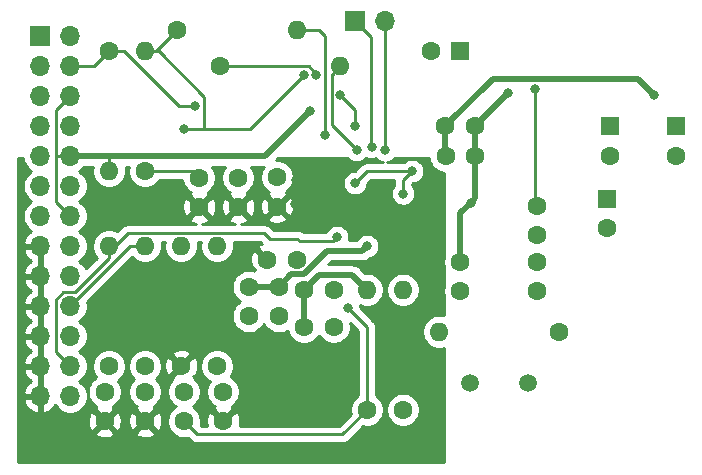
<source format=gbr>
G04 #@! TF.GenerationSoftware,KiCad,Pcbnew,(5.1.6)-1*
G04 #@! TF.CreationDate,2020-12-31T21:45:04+08:00*
G04 #@! TF.ProjectId,vs1053-waveblaster-se,76733130-3533-42d7-9761-7665626c6173,C*
G04 #@! TF.SameCoordinates,Original*
G04 #@! TF.FileFunction,Copper,L2,Bot*
G04 #@! TF.FilePolarity,Positive*
%FSLAX46Y46*%
G04 Gerber Fmt 4.6, Leading zero omitted, Abs format (unit mm)*
G04 Created by KiCad (PCBNEW (5.1.6)-1) date 2020-12-31 21:45:04*
%MOMM*%
%LPD*%
G01*
G04 APERTURE LIST*
G04 #@! TA.AperFunction,ComponentPad*
%ADD10O,1.700000X1.700000*%
G04 #@! TD*
G04 #@! TA.AperFunction,ComponentPad*
%ADD11R,1.700000X1.700000*%
G04 #@! TD*
G04 #@! TA.AperFunction,ComponentPad*
%ADD12O,1.600000X1.600000*%
G04 #@! TD*
G04 #@! TA.AperFunction,ComponentPad*
%ADD13C,1.600000*%
G04 #@! TD*
G04 #@! TA.AperFunction,ComponentPad*
%ADD14R,1.600000X1.600000*%
G04 #@! TD*
G04 #@! TA.AperFunction,ComponentPad*
%ADD15C,1.500000*%
G04 #@! TD*
G04 #@! TA.AperFunction,ViaPad*
%ADD16C,0.800000*%
G04 #@! TD*
G04 #@! TA.AperFunction,Conductor*
%ADD17C,0.250000*%
G04 #@! TD*
G04 #@! TA.AperFunction,Conductor*
%ADD18C,0.500000*%
G04 #@! TD*
G04 #@! TA.AperFunction,Conductor*
%ADD19C,0.254000*%
G04 #@! TD*
G04 APERTURE END LIST*
D10*
G04 #@! TO.P,CON1,26*
G04 #@! TO.N,~RESET*
X120650000Y-115570000D03*
G04 #@! TO.P,CON1,25*
G04 #@! TO.N,GNDA*
X118110000Y-115570000D03*
G04 #@! TO.P,CON1,24*
G04 #@! TO.N,Net-(CON1-Pad24)*
X120650000Y-113030000D03*
G04 #@! TO.P,CON1,23*
G04 #@! TO.N,GNDA*
X118110000Y-113030000D03*
G04 #@! TO.P,CON1,22*
G04 #@! TO.N,Net-(CON1-Pad22)*
X120650000Y-110490000D03*
G04 #@! TO.P,CON1,21*
G04 #@! TO.N,GNDA*
X118110000Y-110490000D03*
G04 #@! TO.P,CON1,20*
G04 #@! TO.N,Net-(CON1-Pad20)*
X120650000Y-107950000D03*
G04 #@! TO.P,CON1,19*
G04 #@! TO.N,GNDA*
X118110000Y-107950000D03*
G04 #@! TO.P,CON1,18*
G04 #@! TO.N,Net-(CON1-Pad18)*
X120650000Y-105410000D03*
G04 #@! TO.P,CON1,17*
G04 #@! TO.N,GNDA*
X118110000Y-105410000D03*
G04 #@! TO.P,CON1,16*
G04 #@! TO.N,Net-(CON1-Pad16)*
X120650000Y-102870000D03*
G04 #@! TO.P,CON1,15*
G04 #@! TO.N,GNDA*
X118110000Y-102870000D03*
G04 #@! TO.P,CON1,14*
G04 #@! TO.N,+5V*
X120650000Y-100330000D03*
G04 #@! TO.P,CON1,13*
G04 #@! TO.N,Net-(CON1-Pad13)*
X118110000Y-100330000D03*
G04 #@! TO.P,CON1,12*
G04 #@! TO.N,Net-(CON1-Pad12)*
X120650000Y-97790000D03*
G04 #@! TO.P,CON1,11*
G04 #@! TO.N,GND*
X118110000Y-97790000D03*
G04 #@! TO.P,CON1,10*
G04 #@! TO.N,+5V*
X120650000Y-95250000D03*
G04 #@! TO.P,CON1,9*
G04 #@! TO.N,GND*
X118110000Y-95250000D03*
G04 #@! TO.P,CON1,8*
G04 #@! TO.N,Net-(CON1-Pad8)*
X120650000Y-92710000D03*
G04 #@! TO.P,CON1,7*
G04 #@! TO.N,GND*
X118110000Y-92710000D03*
G04 #@! TO.P,CON1,6*
G04 #@! TO.N,+5V*
X120650000Y-90170000D03*
G04 #@! TO.P,CON1,5*
G04 #@! TO.N,GND*
X118110000Y-90170000D03*
G04 #@! TO.P,CON1,4*
G04 #@! TO.N,Net-(CON1-Pad4)*
X120650000Y-87630000D03*
G04 #@! TO.P,CON1,3*
G04 #@! TO.N,GND*
X118110000Y-87630000D03*
G04 #@! TO.P,CON1,2*
G04 #@! TO.N,Net-(CON1-Pad2)*
X120650000Y-85090000D03*
D11*
G04 #@! TO.P,CON1,1*
G04 #@! TO.N,GND*
X118110000Y-85090000D03*
G04 #@! TD*
D12*
G04 #@! TO.P,R7,2*
G04 #@! TO.N,Net-(CON1-Pad24)*
X123952000Y-102870000D03*
D13*
G04 #@! TO.P,R7,1*
G04 #@! TO.N,Net-(C18-Pad1)*
X123952000Y-113030000D03*
G04 #@! TD*
G04 #@! TO.P,C1,2*
G04 #@! TO.N,GND*
X166370000Y-95210000D03*
D14*
G04 #@! TO.P,C1,1*
G04 #@! TO.N,+5V*
X166370000Y-92710000D03*
G04 #@! TD*
G04 #@! TO.P,C2,1*
G04 #@! TO.N,+5V*
X166116000Y-98846000D03*
D13*
G04 #@! TO.P,C2,2*
G04 #@! TO.N,GND*
X166116000Y-101346000D03*
G04 #@! TD*
G04 #@! TO.P,C3,2*
G04 #@! TO.N,GND*
X151170000Y-86360000D03*
D14*
G04 #@! TO.P,C3,1*
G04 #@! TO.N,+3V3*
X153670000Y-86360000D03*
G04 #@! TD*
G04 #@! TO.P,C4,1*
G04 #@! TO.N,+1V8*
X171958000Y-92710000D03*
D13*
G04 #@! TO.P,C4,2*
G04 #@! TO.N,GND*
X171958000Y-95210000D03*
G04 #@! TD*
G04 #@! TO.P,C5,1*
G04 #@! TO.N,+3V3*
X160147000Y-99441000D03*
G04 #@! TO.P,C5,2*
G04 #@! TO.N,GND*
X160147000Y-101941000D03*
G04 #@! TD*
G04 #@! TO.P,C6,2*
G04 #@! TO.N,GND*
X142962000Y-109728000D03*
G04 #@! TO.P,C6,1*
G04 #@! TO.N,+3V3*
X140462000Y-109728000D03*
G04 #@! TD*
G04 #@! TO.P,C7,2*
G04 #@! TO.N,GND*
X142962000Y-106553000D03*
G04 #@! TO.P,C7,1*
G04 #@! TO.N,+3V3*
X140462000Y-106553000D03*
G04 #@! TD*
G04 #@! TO.P,C8,2*
G04 #@! TO.N,GND*
X138303000Y-108799000D03*
G04 #@! TO.P,C8,1*
G04 #@! TO.N,+1V8*
X138303000Y-106299000D03*
G04 #@! TD*
G04 #@! TO.P,C9,1*
G04 #@! TO.N,+1V8*
X135763000Y-106299000D03*
G04 #@! TO.P,C9,2*
G04 #@! TO.N,GND*
X135763000Y-108799000D03*
G04 #@! TD*
G04 #@! TO.P,C10,1*
G04 #@! TO.N,+1V8*
X152400000Y-92710000D03*
G04 #@! TO.P,C10,2*
G04 #@! TO.N,GND*
X154900000Y-92710000D03*
G04 #@! TD*
G04 #@! TO.P,C11,1*
G04 #@! TO.N,+1V8*
X152440000Y-95250000D03*
G04 #@! TO.P,C11,2*
G04 #@! TO.N,GND*
X154940000Y-95250000D03*
G04 #@! TD*
G04 #@! TO.P,C12,2*
G04 #@! TO.N,GNDA*
X131572000Y-99568000D03*
G04 #@! TO.P,C12,1*
G04 #@! TO.N,VDDA*
X131572000Y-97068000D03*
G04 #@! TD*
G04 #@! TO.P,C13,2*
G04 #@! TO.N,GNDA*
X134874000Y-99568000D03*
G04 #@! TO.P,C13,1*
G04 #@! TO.N,VDDA*
X134874000Y-97068000D03*
G04 #@! TD*
G04 #@! TO.P,C14,1*
G04 #@! TO.N,VDDA*
X138176000Y-97028000D03*
G04 #@! TO.P,C14,2*
G04 #@! TO.N,GNDA*
X138176000Y-99528000D03*
G04 #@! TD*
G04 #@! TO.P,C15,1*
G04 #@! TO.N,Net-(C15-Pad1)*
X139827000Y-104013000D03*
G04 #@! TO.P,C15,2*
G04 #@! TO.N,GNDA*
X137327000Y-104013000D03*
G04 #@! TD*
G04 #@! TO.P,C16,2*
G04 #@! TO.N,GNDA*
X133604000Y-117689000D03*
G04 #@! TO.P,C16,1*
G04 #@! TO.N,Net-(C16-Pad1)*
X133604000Y-115189000D03*
G04 #@! TD*
G04 #@! TO.P,C17,2*
G04 #@! TO.N,GNDA*
X127000000Y-117689000D03*
G04 #@! TO.P,C17,1*
G04 #@! TO.N,Net-(C17-Pad1)*
X127000000Y-115189000D03*
G04 #@! TD*
G04 #@! TO.P,C18,1*
G04 #@! TO.N,Net-(C18-Pad1)*
X123571000Y-115189000D03*
G04 #@! TO.P,C18,2*
G04 #@! TO.N,GNDA*
X123571000Y-117689000D03*
G04 #@! TD*
G04 #@! TO.P,C19,2*
G04 #@! TO.N,GND*
X130302000Y-115189000D03*
G04 #@! TO.P,C19,1*
G04 #@! TO.N,~RESET*
X130302000Y-117689000D03*
G04 #@! TD*
G04 #@! TO.P,C20,1*
G04 #@! TO.N,GND*
X153670000Y-104180000D03*
G04 #@! TO.P,C20,2*
G04 #@! TO.N,Net-(C20-Pad2)*
X153670000Y-106680000D03*
G04 #@! TD*
G04 #@! TO.P,C21,1*
G04 #@! TO.N,GND*
X160147000Y-104180000D03*
G04 #@! TO.P,C21,2*
G04 #@! TO.N,MCLK*
X160147000Y-106680000D03*
G04 #@! TD*
D12*
G04 #@! TO.P,R1,2*
G04 #@! TO.N,+3V3*
X127000000Y-86360000D03*
D13*
G04 #@! TO.P,R1,1*
G04 #@! TO.N,VDDA*
X127000000Y-96520000D03*
G04 #@! TD*
G04 #@! TO.P,R2,1*
G04 #@! TO.N,GNDA*
X130048000Y-113030000D03*
D12*
G04 #@! TO.P,R2,2*
G04 #@! TO.N,GND*
X130048000Y-102870000D03*
G04 #@! TD*
G04 #@! TO.P,R3,2*
G04 #@! TO.N,Net-(R3-Pad2)*
X148844000Y-106553000D03*
D13*
G04 #@! TO.P,R3,1*
G04 #@! TO.N,GND*
X148844000Y-116713000D03*
G04 #@! TD*
G04 #@! TO.P,R4,1*
G04 #@! TO.N,+3V3*
X129667000Y-84582000D03*
D12*
G04 #@! TO.P,R4,2*
G04 #@! TO.N,Net-(R4-Pad2)*
X139827000Y-84582000D03*
G04 #@! TD*
D13*
G04 #@! TO.P,R5,1*
G04 #@! TO.N,Net-(C16-Pad1)*
X133096000Y-113030000D03*
D12*
G04 #@! TO.P,R5,2*
G04 #@! TO.N,Net-(R5-Pad2)*
X133096000Y-102870000D03*
G04 #@! TD*
G04 #@! TO.P,R6,2*
G04 #@! TO.N,Net-(CON1-Pad20)*
X127000000Y-102870000D03*
D13*
G04 #@! TO.P,R6,1*
G04 #@! TO.N,Net-(C17-Pad1)*
X127000000Y-113030000D03*
G04 #@! TD*
G04 #@! TO.P,R8,1*
G04 #@! TO.N,~RESET*
X145796000Y-116713000D03*
D12*
G04 #@! TO.P,R8,2*
G04 #@! TO.N,+3V3*
X145796000Y-106553000D03*
G04 #@! TD*
D13*
G04 #@! TO.P,R9,1*
G04 #@! TO.N,Net-(JP1-Pad1)*
X133350000Y-87630000D03*
D12*
G04 #@! TO.P,R9,2*
G04 #@! TO.N,+3V3*
X143510000Y-87630000D03*
G04 #@! TD*
G04 #@! TO.P,R10,2*
G04 #@! TO.N,+5V*
X123952000Y-96520000D03*
D13*
G04 #@! TO.P,R10,1*
G04 #@! TO.N,Net-(CON1-Pad4)*
X123952000Y-86360000D03*
G04 #@! TD*
G04 #@! TO.P,R11,1*
G04 #@! TO.N,MCLK*
X162052000Y-110109000D03*
D12*
G04 #@! TO.P,R11,2*
G04 #@! TO.N,Net-(C20-Pad2)*
X151892000Y-110109000D03*
G04 #@! TD*
D11*
G04 #@! TO.P,TP1,1*
G04 #@! TO.N,Net-(TP1-Pad1)*
X144780000Y-83820000D03*
D10*
G04 #@! TO.P,TP1,2*
G04 #@! TO.N,Net-(TP1-Pad2)*
X147320000Y-83820000D03*
G04 #@! TD*
D15*
G04 #@! TO.P,Y1,1*
G04 #@! TO.N,Net-(C20-Pad2)*
X154505000Y-114427000D03*
G04 #@! TO.P,Y1,2*
G04 #@! TO.N,MCLK*
X159385000Y-114427000D03*
G04 #@! TD*
D16*
G04 #@! TO.N,GND*
X157734000Y-89916000D03*
X154559000Y-99187000D03*
G04 #@! TO.N,+5V*
X140970000Y-91440000D03*
G04 #@! TO.N,+3V3*
X160020000Y-89535000D03*
X144907000Y-94742000D03*
X140462000Y-88392000D03*
X130307000Y-92964000D03*
G04 #@! TO.N,+1V8*
X170053000Y-90043000D03*
X145800000Y-102866000D03*
G04 #@! TO.N,GNDA*
X139700000Y-99314000D03*
X139742184Y-97282000D03*
X139700000Y-100330000D03*
G04 #@! TO.N,~RESET*
X144145000Y-108077000D03*
G04 #@! TO.N,Net-(CON1-Pad4)*
X131257000Y-90964000D03*
G04 #@! TO.N,Net-(CON1-Pad24)*
X143256000Y-102108000D03*
G04 #@! TO.N,Net-(JP1-Pad1)*
X144780000Y-92710000D03*
X143510000Y-90110001D03*
X141478000Y-88392000D03*
G04 #@! TO.N,Net-(R3-Pad2)*
X144780000Y-97536000D03*
X149606000Y-96520000D03*
X148844000Y-98425000D03*
G04 #@! TO.N,Net-(R4-Pad2)*
X142240000Y-93472000D03*
G04 #@! TO.N,Net-(TP1-Pad1)*
X146177000Y-94488000D03*
G04 #@! TO.N,Net-(TP1-Pad2)*
X147320000Y-94733793D03*
G04 #@! TD*
D17*
G04 #@! TO.N,GND*
X154940000Y-92750000D02*
X154900000Y-92710000D01*
D18*
X154940000Y-95250000D02*
X154940000Y-92750000D01*
X154940000Y-98806000D02*
X154559000Y-99187000D01*
X154940000Y-95250000D02*
X154940000Y-98806000D01*
X153670000Y-100076000D02*
X154559000Y-99187000D01*
X153670000Y-104180000D02*
X153670000Y-100076000D01*
X157694000Y-89916000D02*
X154900000Y-92710000D01*
X157734000Y-89916000D02*
X157694000Y-89916000D01*
G04 #@! TO.N,+5V*
X137179999Y-95230001D02*
X140970000Y-91440000D01*
D17*
X119474999Y-91345001D02*
X120650000Y-90170000D01*
X120650000Y-100330000D02*
X119474999Y-99154999D01*
X119474999Y-99154999D02*
X119474999Y-95344999D01*
X119569998Y-95250000D02*
X119474999Y-95344999D01*
X120650000Y-95250000D02*
X119569998Y-95250000D01*
X119474999Y-95344999D02*
X119474999Y-91345001D01*
D18*
X137160000Y-95250000D02*
X137179999Y-95230001D01*
X120650000Y-95250000D02*
X123952000Y-95250000D01*
D17*
X123952000Y-96520000D02*
X123952000Y-95250000D01*
D18*
X123952000Y-95250000D02*
X137160000Y-95250000D01*
D17*
G04 #@! TO.N,+3V3*
X160037999Y-89552999D02*
X160020000Y-89535000D01*
X142784999Y-88355001D02*
X143510000Y-87630000D01*
X142784999Y-92619999D02*
X142784999Y-88355001D01*
X144907000Y-94742000D02*
X142784999Y-92619999D01*
D18*
X144545999Y-105302999D02*
X145796000Y-106553000D01*
X141712001Y-105302999D02*
X144545999Y-105302999D01*
X140462000Y-106553000D02*
X141712001Y-105302999D01*
X140462000Y-109728000D02*
X140462000Y-106553000D01*
D17*
X127889000Y-86360000D02*
X127000000Y-86360000D01*
X129667000Y-84582000D02*
X127889000Y-86360000D01*
X135890000Y-92964000D02*
X140462000Y-88392000D01*
X131982001Y-92934999D02*
X131953000Y-92964000D01*
X131982001Y-90210631D02*
X131982001Y-92934999D01*
X128131370Y-86360000D02*
X131982001Y-90210631D01*
X131953000Y-92964000D02*
X135890000Y-92964000D01*
X127000000Y-86360000D02*
X128131370Y-86360000D01*
X130307000Y-92964000D02*
X131953000Y-92964000D01*
X160020000Y-99314000D02*
X160147000Y-99441000D01*
X160020000Y-89535000D02*
X160020000Y-99314000D01*
D18*
G04 #@! TO.N,+1V8*
X156425001Y-88684999D02*
X152400000Y-92710000D01*
X168694999Y-88684999D02*
X156425001Y-88684999D01*
X170053000Y-90043000D02*
X168694999Y-88684999D01*
X152400000Y-95210000D02*
X152440000Y-95250000D01*
X152400000Y-92710000D02*
X152400000Y-95210000D01*
X135636000Y-106299000D02*
X138303000Y-106299000D01*
X142424003Y-103265999D02*
X145400001Y-103265999D01*
X139338999Y-105263001D02*
X140427001Y-105263001D01*
X145400001Y-103265999D02*
X145800000Y-102866000D01*
X140427001Y-105263001D02*
X142424003Y-103265999D01*
X138303000Y-106299000D02*
X139338999Y-105263001D01*
D17*
G04 #@! TO.N,VDDA*
X131024000Y-96520000D02*
X131572000Y-97068000D01*
X127000000Y-96520000D02*
X131024000Y-96520000D01*
G04 #@! TO.N,~RESET*
X143694999Y-118814001D02*
X145796000Y-116713000D01*
X131427001Y-118814001D02*
X143694999Y-118814001D01*
X130302000Y-117689000D02*
X131427001Y-118814001D01*
X145796000Y-109728000D02*
X144145000Y-108077000D01*
X145796000Y-116713000D02*
X145796000Y-109728000D01*
G04 #@! TO.N,Net-(CON1-Pad4)*
X131257000Y-90964000D02*
X129826000Y-90964000D01*
X122682000Y-87630000D02*
X123952000Y-86360000D01*
X120650000Y-87630000D02*
X122682000Y-87630000D01*
X125222000Y-86360000D02*
X129826000Y-90964000D01*
X123952000Y-86360000D02*
X125222000Y-86360000D01*
G04 #@! TO.N,Net-(CON1-Pad20)*
X125730000Y-102870000D02*
X127000000Y-102870000D01*
X120650000Y-107950000D02*
X125730000Y-102870000D01*
G04 #@! TO.N,Net-(CON1-Pad24)*
X125585001Y-101744999D02*
X124460000Y-102870000D01*
X137065001Y-101744999D02*
X125585001Y-101744999D01*
X137555002Y-102235000D02*
X137065001Y-101744999D01*
X140113999Y-102452001D02*
X139896998Y-102235000D01*
X142911999Y-102452001D02*
X140113999Y-102452001D01*
X139896998Y-102235000D02*
X137555002Y-102235000D01*
X143256000Y-102108000D02*
X142911999Y-102452001D01*
X123952000Y-103847002D02*
X123952000Y-102870000D01*
X121024003Y-106774999D02*
X123952000Y-103847002D01*
X120085999Y-106774999D02*
X121024003Y-106774999D01*
X119474999Y-107385999D02*
X120085999Y-106774999D01*
X119474999Y-111854999D02*
X119474999Y-107385999D01*
X120650000Y-113030000D02*
X119474999Y-111854999D01*
G04 #@! TO.N,Net-(JP1-Pad1)*
X144780000Y-92710000D02*
X144780000Y-91380001D01*
X144780000Y-91380001D02*
X143510000Y-90110001D01*
X132899991Y-87443599D02*
X132899991Y-87816401D01*
X133163599Y-87179991D02*
X132899991Y-87443599D01*
X132899991Y-87816401D02*
X133031795Y-87948205D01*
X140843000Y-87630000D02*
X141478000Y-88265000D01*
X133350000Y-87630000D02*
X140843000Y-87630000D01*
G04 #@! TO.N,Net-(R3-Pad2)*
X145796000Y-96520000D02*
X144780000Y-97536000D01*
X149860000Y-96520000D02*
X145796000Y-96520000D01*
X148844000Y-97282000D02*
X149606000Y-96520000D01*
X148844000Y-98425000D02*
X148844000Y-97282000D01*
G04 #@! TO.N,Net-(R4-Pad2)*
X142259991Y-93198009D02*
X142240000Y-93218000D01*
X142240000Y-85090000D02*
X142240000Y-93472000D01*
X141732000Y-84582000D02*
X142240000Y-85090000D01*
X139827000Y-84582000D02*
X141732000Y-84582000D01*
G04 #@! TO.N,Net-(TP1-Pad1)*
X144780000Y-83820000D02*
X144635001Y-83964999D01*
X146144999Y-85184999D02*
X144780000Y-83820000D01*
X146144999Y-94455999D02*
X146144999Y-85184999D01*
G04 #@! TO.N,Net-(TP1-Pad2)*
X147320000Y-83820000D02*
X147320000Y-94733793D01*
G04 #@! TD*
D19*
G04 #@! TO.N,GNDA*
G36*
X116625000Y-95396260D02*
G01*
X116682068Y-95683158D01*
X116794010Y-95953411D01*
X116956525Y-96196632D01*
X117163368Y-96403475D01*
X117337760Y-96520000D01*
X117163368Y-96636525D01*
X116956525Y-96843368D01*
X116794010Y-97086589D01*
X116682068Y-97356842D01*
X116625000Y-97643740D01*
X116625000Y-97936260D01*
X116682068Y-98223158D01*
X116794010Y-98493411D01*
X116956525Y-98736632D01*
X117163368Y-98943475D01*
X117337760Y-99060000D01*
X117163368Y-99176525D01*
X116956525Y-99383368D01*
X116794010Y-99626589D01*
X116682068Y-99896842D01*
X116625000Y-100183740D01*
X116625000Y-100476260D01*
X116682068Y-100763158D01*
X116794010Y-101033411D01*
X116956525Y-101276632D01*
X117163368Y-101483475D01*
X117345534Y-101605195D01*
X117228645Y-101674822D01*
X117012412Y-101869731D01*
X116838359Y-102103080D01*
X116713175Y-102365901D01*
X116668524Y-102513110D01*
X116789845Y-102743000D01*
X117983000Y-102743000D01*
X117983000Y-102723000D01*
X118237000Y-102723000D01*
X118237000Y-102743000D01*
X118257000Y-102743000D01*
X118257000Y-102997000D01*
X118237000Y-102997000D01*
X118237000Y-105283000D01*
X118257000Y-105283000D01*
X118257000Y-105537000D01*
X118237000Y-105537000D01*
X118237000Y-107823000D01*
X118257000Y-107823000D01*
X118257000Y-108077000D01*
X118237000Y-108077000D01*
X118237000Y-110363000D01*
X118257000Y-110363000D01*
X118257000Y-110617000D01*
X118237000Y-110617000D01*
X118237000Y-112903000D01*
X118257000Y-112903000D01*
X118257000Y-113157000D01*
X118237000Y-113157000D01*
X118237000Y-115443000D01*
X118257000Y-115443000D01*
X118257000Y-115697000D01*
X118237000Y-115697000D01*
X118237000Y-116890814D01*
X118466891Y-117011481D01*
X118741252Y-116914157D01*
X118991355Y-116765178D01*
X119207588Y-116570269D01*
X119378900Y-116340594D01*
X119496525Y-116516632D01*
X119703368Y-116723475D01*
X119946589Y-116885990D01*
X120216842Y-116997932D01*
X120503740Y-117055000D01*
X120796260Y-117055000D01*
X121083158Y-116997932D01*
X121353411Y-116885990D01*
X121596632Y-116723475D01*
X121803475Y-116516632D01*
X121965990Y-116273411D01*
X122077932Y-116003158D01*
X122135000Y-115716260D01*
X122135000Y-115423740D01*
X122077932Y-115136842D01*
X122040994Y-115047665D01*
X122136000Y-115047665D01*
X122136000Y-115330335D01*
X122191147Y-115607574D01*
X122299320Y-115868727D01*
X122456363Y-116103759D01*
X122656241Y-116303637D01*
X122856869Y-116437692D01*
X122829486Y-116452329D01*
X122757903Y-116696298D01*
X123571000Y-117509395D01*
X124384097Y-116696298D01*
X124312514Y-116452329D01*
X124283659Y-116438676D01*
X124485759Y-116303637D01*
X124685637Y-116103759D01*
X124842680Y-115868727D01*
X124950853Y-115607574D01*
X125006000Y-115330335D01*
X125006000Y-115047665D01*
X124950853Y-114770426D01*
X124842680Y-114509273D01*
X124685637Y-114274241D01*
X124680492Y-114269096D01*
X124866759Y-114144637D01*
X125066637Y-113944759D01*
X125223680Y-113709727D01*
X125331853Y-113448574D01*
X125387000Y-113171335D01*
X125387000Y-112888665D01*
X125565000Y-112888665D01*
X125565000Y-113171335D01*
X125620147Y-113448574D01*
X125728320Y-113709727D01*
X125885363Y-113944759D01*
X126050104Y-114109500D01*
X125885363Y-114274241D01*
X125728320Y-114509273D01*
X125620147Y-114770426D01*
X125565000Y-115047665D01*
X125565000Y-115330335D01*
X125620147Y-115607574D01*
X125728320Y-115868727D01*
X125885363Y-116103759D01*
X126085241Y-116303637D01*
X126285869Y-116437692D01*
X126258486Y-116452329D01*
X126186903Y-116696298D01*
X127000000Y-117509395D01*
X127813097Y-116696298D01*
X127741514Y-116452329D01*
X127712659Y-116438676D01*
X127914759Y-116303637D01*
X128114637Y-116103759D01*
X128271680Y-115868727D01*
X128379853Y-115607574D01*
X128435000Y-115330335D01*
X128435000Y-115047665D01*
X128379853Y-114770426D01*
X128271680Y-114509273D01*
X128114637Y-114274241D01*
X127949896Y-114109500D01*
X128114637Y-113944759D01*
X128271680Y-113709727D01*
X128379853Y-113448574D01*
X128435000Y-113171335D01*
X128435000Y-113100512D01*
X128607783Y-113100512D01*
X128649213Y-113380130D01*
X128744397Y-113646292D01*
X128811329Y-113771514D01*
X129055298Y-113843097D01*
X129868395Y-113030000D01*
X129055298Y-112216903D01*
X128811329Y-112288486D01*
X128690429Y-112543996D01*
X128621700Y-112818184D01*
X128607783Y-113100512D01*
X128435000Y-113100512D01*
X128435000Y-112888665D01*
X128379853Y-112611426D01*
X128271680Y-112350273D01*
X128114637Y-112115241D01*
X128036694Y-112037298D01*
X129234903Y-112037298D01*
X130048000Y-112850395D01*
X130861097Y-112037298D01*
X130789514Y-111793329D01*
X130534004Y-111672429D01*
X130259816Y-111603700D01*
X129977488Y-111589783D01*
X129697870Y-111631213D01*
X129431708Y-111726397D01*
X129306486Y-111793329D01*
X129234903Y-112037298D01*
X128036694Y-112037298D01*
X127914759Y-111915363D01*
X127679727Y-111758320D01*
X127418574Y-111650147D01*
X127141335Y-111595000D01*
X126858665Y-111595000D01*
X126581426Y-111650147D01*
X126320273Y-111758320D01*
X126085241Y-111915363D01*
X125885363Y-112115241D01*
X125728320Y-112350273D01*
X125620147Y-112611426D01*
X125565000Y-112888665D01*
X125387000Y-112888665D01*
X125331853Y-112611426D01*
X125223680Y-112350273D01*
X125066637Y-112115241D01*
X124866759Y-111915363D01*
X124631727Y-111758320D01*
X124370574Y-111650147D01*
X124093335Y-111595000D01*
X123810665Y-111595000D01*
X123533426Y-111650147D01*
X123272273Y-111758320D01*
X123037241Y-111915363D01*
X122837363Y-112115241D01*
X122680320Y-112350273D01*
X122572147Y-112611426D01*
X122517000Y-112888665D01*
X122517000Y-113171335D01*
X122572147Y-113448574D01*
X122680320Y-113709727D01*
X122837363Y-113944759D01*
X122842508Y-113949904D01*
X122656241Y-114074363D01*
X122456363Y-114274241D01*
X122299320Y-114509273D01*
X122191147Y-114770426D01*
X122136000Y-115047665D01*
X122040994Y-115047665D01*
X121965990Y-114866589D01*
X121803475Y-114623368D01*
X121596632Y-114416525D01*
X121422240Y-114300000D01*
X121596632Y-114183475D01*
X121803475Y-113976632D01*
X121965990Y-113733411D01*
X122077932Y-113463158D01*
X122135000Y-113176260D01*
X122135000Y-112883740D01*
X122077932Y-112596842D01*
X121965990Y-112326589D01*
X121803475Y-112083368D01*
X121596632Y-111876525D01*
X121422240Y-111760000D01*
X121596632Y-111643475D01*
X121803475Y-111436632D01*
X121965990Y-111193411D01*
X122077932Y-110923158D01*
X122135000Y-110636260D01*
X122135000Y-110343740D01*
X122077932Y-110056842D01*
X121965990Y-109786589D01*
X121803475Y-109543368D01*
X121596632Y-109336525D01*
X121422240Y-109220000D01*
X121596632Y-109103475D01*
X121803475Y-108896632D01*
X121965990Y-108653411D01*
X122077932Y-108383158D01*
X122135000Y-108096260D01*
X122135000Y-107803740D01*
X122091209Y-107583592D01*
X125887703Y-103787099D01*
X126085241Y-103984637D01*
X126320273Y-104141680D01*
X126581426Y-104249853D01*
X126858665Y-104305000D01*
X127141335Y-104305000D01*
X127418574Y-104249853D01*
X127679727Y-104141680D01*
X127914759Y-103984637D01*
X128114637Y-103784759D01*
X128271680Y-103549727D01*
X128379853Y-103288574D01*
X128435000Y-103011335D01*
X128435000Y-102728665D01*
X128390509Y-102504999D01*
X128657491Y-102504999D01*
X128613000Y-102728665D01*
X128613000Y-103011335D01*
X128668147Y-103288574D01*
X128776320Y-103549727D01*
X128933363Y-103784759D01*
X129133241Y-103984637D01*
X129368273Y-104141680D01*
X129629426Y-104249853D01*
X129906665Y-104305000D01*
X130189335Y-104305000D01*
X130466574Y-104249853D01*
X130727727Y-104141680D01*
X130962759Y-103984637D01*
X131162637Y-103784759D01*
X131319680Y-103549727D01*
X131427853Y-103288574D01*
X131483000Y-103011335D01*
X131483000Y-102728665D01*
X131438509Y-102504999D01*
X131705491Y-102504999D01*
X131661000Y-102728665D01*
X131661000Y-103011335D01*
X131716147Y-103288574D01*
X131824320Y-103549727D01*
X131981363Y-103784759D01*
X132181241Y-103984637D01*
X132416273Y-104141680D01*
X132677426Y-104249853D01*
X132954665Y-104305000D01*
X133237335Y-104305000D01*
X133514574Y-104249853D01*
X133775727Y-104141680D01*
X134010759Y-103984637D01*
X134210637Y-103784759D01*
X134367680Y-103549727D01*
X134475853Y-103288574D01*
X134531000Y-103011335D01*
X134531000Y-102728665D01*
X134486509Y-102504999D01*
X136750200Y-102504999D01*
X136890354Y-102645153D01*
X136710708Y-102709397D01*
X136585486Y-102776329D01*
X136513903Y-103020298D01*
X137327000Y-103833395D01*
X137341143Y-103819253D01*
X137520748Y-103998858D01*
X137506605Y-104013000D01*
X137520748Y-104027143D01*
X137341143Y-104206748D01*
X137327000Y-104192605D01*
X137312858Y-104206748D01*
X137133253Y-104027143D01*
X137147395Y-104013000D01*
X136334298Y-103199903D01*
X136090329Y-103271486D01*
X135969429Y-103526996D01*
X135900700Y-103801184D01*
X135886783Y-104083512D01*
X135928213Y-104363130D01*
X136023397Y-104629292D01*
X136090329Y-104754514D01*
X136334296Y-104826097D01*
X136223768Y-104936625D01*
X136181574Y-104919147D01*
X135904335Y-104864000D01*
X135621665Y-104864000D01*
X135344426Y-104919147D01*
X135083273Y-105027320D01*
X134848241Y-105184363D01*
X134648363Y-105384241D01*
X134491320Y-105619273D01*
X134383147Y-105880426D01*
X134328000Y-106157665D01*
X134328000Y-106440335D01*
X134383147Y-106717574D01*
X134491320Y-106978727D01*
X134648363Y-107213759D01*
X134848241Y-107413637D01*
X135050827Y-107549000D01*
X134848241Y-107684363D01*
X134648363Y-107884241D01*
X134491320Y-108119273D01*
X134383147Y-108380426D01*
X134328000Y-108657665D01*
X134328000Y-108940335D01*
X134383147Y-109217574D01*
X134491320Y-109478727D01*
X134648363Y-109713759D01*
X134848241Y-109913637D01*
X135083273Y-110070680D01*
X135344426Y-110178853D01*
X135621665Y-110234000D01*
X135904335Y-110234000D01*
X136181574Y-110178853D01*
X136442727Y-110070680D01*
X136677759Y-109913637D01*
X136877637Y-109713759D01*
X137033000Y-109481241D01*
X137188363Y-109713759D01*
X137388241Y-109913637D01*
X137623273Y-110070680D01*
X137884426Y-110178853D01*
X138161665Y-110234000D01*
X138444335Y-110234000D01*
X138721574Y-110178853D01*
X138982727Y-110070680D01*
X139057158Y-110020947D01*
X139082147Y-110146574D01*
X139190320Y-110407727D01*
X139347363Y-110642759D01*
X139547241Y-110842637D01*
X139782273Y-110999680D01*
X140043426Y-111107853D01*
X140320665Y-111163000D01*
X140603335Y-111163000D01*
X140880574Y-111107853D01*
X141141727Y-110999680D01*
X141376759Y-110842637D01*
X141576637Y-110642759D01*
X141712000Y-110440173D01*
X141847363Y-110642759D01*
X142047241Y-110842637D01*
X142282273Y-110999680D01*
X142543426Y-111107853D01*
X142820665Y-111163000D01*
X143103335Y-111163000D01*
X143380574Y-111107853D01*
X143641727Y-110999680D01*
X143876759Y-110842637D01*
X144076637Y-110642759D01*
X144233680Y-110407727D01*
X144341853Y-110146574D01*
X144397000Y-109869335D01*
X144397000Y-109586665D01*
X144351594Y-109358395D01*
X145036001Y-110042803D01*
X145036000Y-115494956D01*
X144881241Y-115598363D01*
X144681363Y-115798241D01*
X144524320Y-116033273D01*
X144416147Y-116294426D01*
X144361000Y-116571665D01*
X144361000Y-116854335D01*
X144397312Y-117036886D01*
X143380198Y-118054001D01*
X134991902Y-118054001D01*
X135030300Y-117900816D01*
X135044217Y-117618488D01*
X135002787Y-117338870D01*
X134907603Y-117072708D01*
X134840671Y-116947486D01*
X134596702Y-116875903D01*
X133783605Y-117689000D01*
X133797748Y-117703143D01*
X133618143Y-117882748D01*
X133604000Y-117868605D01*
X133589858Y-117882748D01*
X133410253Y-117703143D01*
X133424395Y-117689000D01*
X132611298Y-116875903D01*
X132367329Y-116947486D01*
X132246429Y-117202996D01*
X132177700Y-117477184D01*
X132163783Y-117759512D01*
X132205213Y-118039130D01*
X132210531Y-118054001D01*
X131741803Y-118054001D01*
X131700688Y-118012886D01*
X131737000Y-117830335D01*
X131737000Y-117547665D01*
X131681853Y-117270426D01*
X131573680Y-117009273D01*
X131416637Y-116774241D01*
X131216759Y-116574363D01*
X131014173Y-116439000D01*
X131216759Y-116303637D01*
X131416637Y-116103759D01*
X131573680Y-115868727D01*
X131681853Y-115607574D01*
X131737000Y-115330335D01*
X131737000Y-115047665D01*
X131681853Y-114770426D01*
X131573680Y-114509273D01*
X131416637Y-114274241D01*
X131216759Y-114074363D01*
X131111989Y-114004358D01*
X131156977Y-113959370D01*
X131040704Y-113843097D01*
X131284671Y-113771514D01*
X131405571Y-113516004D01*
X131474300Y-113241816D01*
X131488217Y-112959488D01*
X131477724Y-112888665D01*
X131661000Y-112888665D01*
X131661000Y-113171335D01*
X131716147Y-113448574D01*
X131824320Y-113709727D01*
X131981363Y-113944759D01*
X132181241Y-114144637D01*
X132416273Y-114301680D01*
X132459159Y-114319444D01*
X132332320Y-114509273D01*
X132224147Y-114770426D01*
X132169000Y-115047665D01*
X132169000Y-115330335D01*
X132224147Y-115607574D01*
X132332320Y-115868727D01*
X132489363Y-116103759D01*
X132689241Y-116303637D01*
X132889869Y-116437692D01*
X132862486Y-116452329D01*
X132790903Y-116696298D01*
X133604000Y-117509395D01*
X134417097Y-116696298D01*
X134345514Y-116452329D01*
X134316659Y-116438676D01*
X134518759Y-116303637D01*
X134718637Y-116103759D01*
X134875680Y-115868727D01*
X134983853Y-115607574D01*
X135039000Y-115330335D01*
X135039000Y-115047665D01*
X134983853Y-114770426D01*
X134875680Y-114509273D01*
X134718637Y-114274241D01*
X134518759Y-114074363D01*
X134283727Y-113917320D01*
X134240841Y-113899556D01*
X134367680Y-113709727D01*
X134475853Y-113448574D01*
X134531000Y-113171335D01*
X134531000Y-112888665D01*
X134475853Y-112611426D01*
X134367680Y-112350273D01*
X134210637Y-112115241D01*
X134010759Y-111915363D01*
X133775727Y-111758320D01*
X133514574Y-111650147D01*
X133237335Y-111595000D01*
X132954665Y-111595000D01*
X132677426Y-111650147D01*
X132416273Y-111758320D01*
X132181241Y-111915363D01*
X131981363Y-112115241D01*
X131824320Y-112350273D01*
X131716147Y-112611426D01*
X131661000Y-112888665D01*
X131477724Y-112888665D01*
X131446787Y-112679870D01*
X131351603Y-112413708D01*
X131284671Y-112288486D01*
X131040702Y-112216903D01*
X130227605Y-113030000D01*
X130241748Y-113044143D01*
X130062143Y-113223748D01*
X130048000Y-113209605D01*
X129234903Y-114022702D01*
X129281180Y-114180424D01*
X129187363Y-114274241D01*
X129030320Y-114509273D01*
X128922147Y-114770426D01*
X128867000Y-115047665D01*
X128867000Y-115330335D01*
X128922147Y-115607574D01*
X129030320Y-115868727D01*
X129187363Y-116103759D01*
X129387241Y-116303637D01*
X129589827Y-116439000D01*
X129387241Y-116574363D01*
X129187363Y-116774241D01*
X129030320Y-117009273D01*
X128922147Y-117270426D01*
X128867000Y-117547665D01*
X128867000Y-117830335D01*
X128922147Y-118107574D01*
X129030320Y-118368727D01*
X129187363Y-118603759D01*
X129387241Y-118803637D01*
X129622273Y-118960680D01*
X129883426Y-119068853D01*
X130160665Y-119124000D01*
X130443335Y-119124000D01*
X130625886Y-119087688D01*
X130863202Y-119325004D01*
X130887000Y-119354002D01*
X131002725Y-119448975D01*
X131134754Y-119519547D01*
X131278015Y-119563004D01*
X131389668Y-119574001D01*
X131389676Y-119574001D01*
X131427001Y-119577677D01*
X131464326Y-119574001D01*
X143657677Y-119574001D01*
X143694999Y-119577677D01*
X143732321Y-119574001D01*
X143732332Y-119574001D01*
X143843985Y-119563004D01*
X143987246Y-119519547D01*
X144119275Y-119448975D01*
X144235000Y-119354002D01*
X144258803Y-119324998D01*
X145472114Y-118111688D01*
X145654665Y-118148000D01*
X145937335Y-118148000D01*
X146214574Y-118092853D01*
X146475727Y-117984680D01*
X146710759Y-117827637D01*
X146910637Y-117627759D01*
X147067680Y-117392727D01*
X147175853Y-117131574D01*
X147231000Y-116854335D01*
X147231000Y-116571665D01*
X147409000Y-116571665D01*
X147409000Y-116854335D01*
X147464147Y-117131574D01*
X147572320Y-117392727D01*
X147729363Y-117627759D01*
X147929241Y-117827637D01*
X148164273Y-117984680D01*
X148425426Y-118092853D01*
X148702665Y-118148000D01*
X148985335Y-118148000D01*
X149262574Y-118092853D01*
X149523727Y-117984680D01*
X149758759Y-117827637D01*
X149958637Y-117627759D01*
X150115680Y-117392727D01*
X150223853Y-117131574D01*
X150279000Y-116854335D01*
X150279000Y-116571665D01*
X150223853Y-116294426D01*
X150115680Y-116033273D01*
X149958637Y-115798241D01*
X149758759Y-115598363D01*
X149523727Y-115441320D01*
X149262574Y-115333147D01*
X148985335Y-115278000D01*
X148702665Y-115278000D01*
X148425426Y-115333147D01*
X148164273Y-115441320D01*
X147929241Y-115598363D01*
X147729363Y-115798241D01*
X147572320Y-116033273D01*
X147464147Y-116294426D01*
X147409000Y-116571665D01*
X147231000Y-116571665D01*
X147175853Y-116294426D01*
X147067680Y-116033273D01*
X146910637Y-115798241D01*
X146710759Y-115598363D01*
X146556000Y-115494957D01*
X146556000Y-109765333D01*
X146559677Y-109728000D01*
X146545003Y-109579014D01*
X146501546Y-109435753D01*
X146430974Y-109303724D01*
X146359799Y-109216997D01*
X146336001Y-109187999D01*
X146307003Y-109164201D01*
X145180000Y-108037199D01*
X145180000Y-107975061D01*
X145153124Y-107839944D01*
X145377426Y-107932853D01*
X145654665Y-107988000D01*
X145937335Y-107988000D01*
X146214574Y-107932853D01*
X146475727Y-107824680D01*
X146710759Y-107667637D01*
X146910637Y-107467759D01*
X147067680Y-107232727D01*
X147175853Y-106971574D01*
X147231000Y-106694335D01*
X147231000Y-106411665D01*
X147409000Y-106411665D01*
X147409000Y-106694335D01*
X147464147Y-106971574D01*
X147572320Y-107232727D01*
X147729363Y-107467759D01*
X147929241Y-107667637D01*
X148164273Y-107824680D01*
X148425426Y-107932853D01*
X148702665Y-107988000D01*
X148985335Y-107988000D01*
X149262574Y-107932853D01*
X149523727Y-107824680D01*
X149758759Y-107667637D01*
X149958637Y-107467759D01*
X150115680Y-107232727D01*
X150223853Y-106971574D01*
X150279000Y-106694335D01*
X150279000Y-106411665D01*
X150223853Y-106134426D01*
X150115680Y-105873273D01*
X149958637Y-105638241D01*
X149758759Y-105438363D01*
X149523727Y-105281320D01*
X149262574Y-105173147D01*
X148985335Y-105118000D01*
X148702665Y-105118000D01*
X148425426Y-105173147D01*
X148164273Y-105281320D01*
X147929241Y-105438363D01*
X147729363Y-105638241D01*
X147572320Y-105873273D01*
X147464147Y-106134426D01*
X147409000Y-106411665D01*
X147231000Y-106411665D01*
X147175853Y-106134426D01*
X147067680Y-105873273D01*
X146910637Y-105638241D01*
X146710759Y-105438363D01*
X146475727Y-105281320D01*
X146214574Y-105173147D01*
X145937335Y-105118000D01*
X145654665Y-105118000D01*
X145619561Y-105124983D01*
X145202533Y-104707955D01*
X145174816Y-104674182D01*
X145040058Y-104563588D01*
X144886312Y-104481410D01*
X144719489Y-104430804D01*
X144589476Y-104417999D01*
X144589468Y-104417999D01*
X144545999Y-104413718D01*
X144502530Y-104417999D01*
X142523582Y-104417999D01*
X142790582Y-104150999D01*
X145356532Y-104150999D01*
X145400001Y-104155280D01*
X145443470Y-104150999D01*
X145443478Y-104150999D01*
X145573491Y-104138194D01*
X145740314Y-104087588D01*
X145894060Y-104005410D01*
X146028818Y-103894816D01*
X146047506Y-103872045D01*
X146101898Y-103861226D01*
X146290256Y-103783205D01*
X146459774Y-103669937D01*
X146603937Y-103525774D01*
X146717205Y-103356256D01*
X146795226Y-103167898D01*
X146835000Y-102967939D01*
X146835000Y-102764061D01*
X146795226Y-102564102D01*
X146717205Y-102375744D01*
X146603937Y-102206226D01*
X146459774Y-102062063D01*
X146290256Y-101948795D01*
X146101898Y-101870774D01*
X145901939Y-101831000D01*
X145698061Y-101831000D01*
X145498102Y-101870774D01*
X145309744Y-101948795D01*
X145140226Y-102062063D01*
X144996063Y-102206226D01*
X144882795Y-102375744D01*
X144880618Y-102380999D01*
X144256974Y-102380999D01*
X144291000Y-102209939D01*
X144291000Y-102006061D01*
X144251226Y-101806102D01*
X144173205Y-101617744D01*
X144059937Y-101448226D01*
X143915774Y-101304063D01*
X143746256Y-101190795D01*
X143557898Y-101112774D01*
X143357939Y-101073000D01*
X143154061Y-101073000D01*
X142954102Y-101112774D01*
X142765744Y-101190795D01*
X142596226Y-101304063D01*
X142452063Y-101448226D01*
X142338795Y-101617744D01*
X142308037Y-101692001D01*
X140433346Y-101692001D01*
X140321274Y-101600026D01*
X140189245Y-101529454D01*
X140045984Y-101485997D01*
X139934331Y-101475000D01*
X139934320Y-101475000D01*
X139896998Y-101471324D01*
X139859676Y-101475000D01*
X137869803Y-101475000D01*
X137628805Y-101234002D01*
X137605002Y-101204998D01*
X137489277Y-101110025D01*
X137357248Y-101039453D01*
X137213987Y-100995996D01*
X137102334Y-100984999D01*
X137102323Y-100984999D01*
X137065001Y-100981323D01*
X137027679Y-100984999D01*
X135101214Y-100984999D01*
X135224130Y-100966787D01*
X135490292Y-100871603D01*
X135615514Y-100804671D01*
X135687097Y-100560702D01*
X135647097Y-100520702D01*
X137362903Y-100520702D01*
X137434486Y-100764671D01*
X137689996Y-100885571D01*
X137964184Y-100954300D01*
X138246512Y-100968217D01*
X138526130Y-100926787D01*
X138792292Y-100831603D01*
X138917514Y-100764671D01*
X138989097Y-100520702D01*
X138176000Y-99707605D01*
X137362903Y-100520702D01*
X135647097Y-100520702D01*
X134874000Y-99747605D01*
X134060903Y-100560702D01*
X134132486Y-100804671D01*
X134387996Y-100925571D01*
X134625079Y-100984999D01*
X131799214Y-100984999D01*
X131922130Y-100966787D01*
X132188292Y-100871603D01*
X132313514Y-100804671D01*
X132385097Y-100560702D01*
X131572000Y-99747605D01*
X130758903Y-100560702D01*
X130830486Y-100804671D01*
X131085996Y-100925571D01*
X131323079Y-100984999D01*
X125622326Y-100984999D01*
X125585001Y-100981323D01*
X125547676Y-100984999D01*
X125547668Y-100984999D01*
X125436015Y-100995996D01*
X125292754Y-101039453D01*
X125160725Y-101110025D01*
X125045000Y-101204998D01*
X125021202Y-101233996D01*
X124646804Y-101608394D01*
X124631727Y-101598320D01*
X124370574Y-101490147D01*
X124093335Y-101435000D01*
X123810665Y-101435000D01*
X123533426Y-101490147D01*
X123272273Y-101598320D01*
X123037241Y-101755363D01*
X122837363Y-101955241D01*
X122680320Y-102190273D01*
X122572147Y-102451426D01*
X122517000Y-102728665D01*
X122517000Y-103011335D01*
X122572147Y-103288574D01*
X122680320Y-103549727D01*
X122837363Y-103784759D01*
X122888402Y-103835798D01*
X121981110Y-104743091D01*
X121965990Y-104706589D01*
X121803475Y-104463368D01*
X121596632Y-104256525D01*
X121422240Y-104140000D01*
X121596632Y-104023475D01*
X121803475Y-103816632D01*
X121965990Y-103573411D01*
X122077932Y-103303158D01*
X122135000Y-103016260D01*
X122135000Y-102723740D01*
X122077932Y-102436842D01*
X121965990Y-102166589D01*
X121803475Y-101923368D01*
X121596632Y-101716525D01*
X121422240Y-101600000D01*
X121596632Y-101483475D01*
X121803475Y-101276632D01*
X121965990Y-101033411D01*
X122077932Y-100763158D01*
X122135000Y-100476260D01*
X122135000Y-100183740D01*
X122077932Y-99896842D01*
X121970929Y-99638512D01*
X130131783Y-99638512D01*
X130173213Y-99918130D01*
X130268397Y-100184292D01*
X130335329Y-100309514D01*
X130579298Y-100381097D01*
X131392395Y-99568000D01*
X131751605Y-99568000D01*
X132564702Y-100381097D01*
X132808671Y-100309514D01*
X132929571Y-100054004D01*
X132998300Y-99779816D01*
X133005265Y-99638512D01*
X133433783Y-99638512D01*
X133475213Y-99918130D01*
X133570397Y-100184292D01*
X133637329Y-100309514D01*
X133881298Y-100381097D01*
X134694395Y-99568000D01*
X135053605Y-99568000D01*
X135866702Y-100381097D01*
X136110671Y-100309514D01*
X136231571Y-100054004D01*
X136300300Y-99779816D01*
X136309237Y-99598512D01*
X136735783Y-99598512D01*
X136777213Y-99878130D01*
X136872397Y-100144292D01*
X136939329Y-100269514D01*
X137183298Y-100341097D01*
X137996395Y-99528000D01*
X138355605Y-99528000D01*
X139168702Y-100341097D01*
X139412671Y-100269514D01*
X139533571Y-100014004D01*
X139602300Y-99739816D01*
X139616217Y-99457488D01*
X139574787Y-99177870D01*
X139479603Y-98911708D01*
X139412671Y-98786486D01*
X139168702Y-98714903D01*
X138355605Y-99528000D01*
X137996395Y-99528000D01*
X137183298Y-98714903D01*
X136939329Y-98786486D01*
X136818429Y-99041996D01*
X136749700Y-99316184D01*
X136735783Y-99598512D01*
X136309237Y-99598512D01*
X136314217Y-99497488D01*
X136272787Y-99217870D01*
X136177603Y-98951708D01*
X136110671Y-98826486D01*
X135866702Y-98754903D01*
X135053605Y-99568000D01*
X134694395Y-99568000D01*
X133881298Y-98754903D01*
X133637329Y-98826486D01*
X133516429Y-99081996D01*
X133447700Y-99356184D01*
X133433783Y-99638512D01*
X133005265Y-99638512D01*
X133012217Y-99497488D01*
X132970787Y-99217870D01*
X132875603Y-98951708D01*
X132808671Y-98826486D01*
X132564702Y-98754903D01*
X131751605Y-99568000D01*
X131392395Y-99568000D01*
X130579298Y-98754903D01*
X130335329Y-98826486D01*
X130214429Y-99081996D01*
X130145700Y-99356184D01*
X130131783Y-99638512D01*
X121970929Y-99638512D01*
X121965990Y-99626589D01*
X121803475Y-99383368D01*
X121596632Y-99176525D01*
X121422240Y-99060000D01*
X121596632Y-98943475D01*
X121803475Y-98736632D01*
X121965990Y-98493411D01*
X122077932Y-98223158D01*
X122135000Y-97936260D01*
X122135000Y-97643740D01*
X122077932Y-97356842D01*
X121965990Y-97086589D01*
X121803475Y-96843368D01*
X121596632Y-96636525D01*
X121422240Y-96520000D01*
X121596632Y-96403475D01*
X121803475Y-96196632D01*
X121844656Y-96135000D01*
X122565469Y-96135000D01*
X122517000Y-96378665D01*
X122517000Y-96661335D01*
X122572147Y-96938574D01*
X122680320Y-97199727D01*
X122837363Y-97434759D01*
X123037241Y-97634637D01*
X123272273Y-97791680D01*
X123533426Y-97899853D01*
X123810665Y-97955000D01*
X124093335Y-97955000D01*
X124370574Y-97899853D01*
X124631727Y-97791680D01*
X124866759Y-97634637D01*
X125066637Y-97434759D01*
X125223680Y-97199727D01*
X125331853Y-96938574D01*
X125387000Y-96661335D01*
X125387000Y-96378665D01*
X125338531Y-96135000D01*
X125613469Y-96135000D01*
X125565000Y-96378665D01*
X125565000Y-96661335D01*
X125620147Y-96938574D01*
X125728320Y-97199727D01*
X125885363Y-97434759D01*
X126085241Y-97634637D01*
X126320273Y-97791680D01*
X126581426Y-97899853D01*
X126858665Y-97955000D01*
X127141335Y-97955000D01*
X127418574Y-97899853D01*
X127679727Y-97791680D01*
X127914759Y-97634637D01*
X128114637Y-97434759D01*
X128218043Y-97280000D01*
X130151056Y-97280000D01*
X130192147Y-97486574D01*
X130300320Y-97747727D01*
X130457363Y-97982759D01*
X130657241Y-98182637D01*
X130857869Y-98316692D01*
X130830486Y-98331329D01*
X130758903Y-98575298D01*
X131572000Y-99388395D01*
X132385097Y-98575298D01*
X132313514Y-98331329D01*
X132284659Y-98317676D01*
X132486759Y-98182637D01*
X132686637Y-97982759D01*
X132843680Y-97747727D01*
X132951853Y-97486574D01*
X133007000Y-97209335D01*
X133007000Y-96926665D01*
X132951853Y-96649426D01*
X132843680Y-96388273D01*
X132686637Y-96153241D01*
X132668396Y-96135000D01*
X133777604Y-96135000D01*
X133759363Y-96153241D01*
X133602320Y-96388273D01*
X133494147Y-96649426D01*
X133439000Y-96926665D01*
X133439000Y-97209335D01*
X133494147Y-97486574D01*
X133602320Y-97747727D01*
X133759363Y-97982759D01*
X133959241Y-98182637D01*
X134159869Y-98316692D01*
X134132486Y-98331329D01*
X134060903Y-98575298D01*
X134874000Y-99388395D01*
X135687097Y-98575298D01*
X135615514Y-98331329D01*
X135586659Y-98317676D01*
X135788759Y-98182637D01*
X135988637Y-97982759D01*
X136145680Y-97747727D01*
X136253853Y-97486574D01*
X136309000Y-97209335D01*
X136309000Y-96926665D01*
X136253853Y-96649426D01*
X136145680Y-96388273D01*
X135988637Y-96153241D01*
X135970396Y-96135000D01*
X137046824Y-96135000D01*
X136904320Y-96348273D01*
X136796147Y-96609426D01*
X136741000Y-96886665D01*
X136741000Y-97169335D01*
X136796147Y-97446574D01*
X136904320Y-97707727D01*
X137061363Y-97942759D01*
X137261241Y-98142637D01*
X137461869Y-98276692D01*
X137434486Y-98291329D01*
X137362903Y-98535298D01*
X138176000Y-99348395D01*
X138989097Y-98535298D01*
X138917514Y-98291329D01*
X138888659Y-98277676D01*
X139090759Y-98142637D01*
X139290637Y-97942759D01*
X139447680Y-97707727D01*
X139555853Y-97446574D01*
X139611000Y-97169335D01*
X139611000Y-96886665D01*
X139555853Y-96609426D01*
X139447680Y-96348273D01*
X139290637Y-96113241D01*
X139090759Y-95913363D01*
X138855727Y-95756320D01*
X138594574Y-95648147D01*
X138317335Y-95593000D01*
X138068578Y-95593000D01*
X138284578Y-95377000D01*
X144086510Y-95377000D01*
X144103063Y-95401774D01*
X144247226Y-95545937D01*
X144416744Y-95659205D01*
X144605102Y-95737226D01*
X144805061Y-95777000D01*
X145008939Y-95777000D01*
X145208898Y-95737226D01*
X145397256Y-95659205D01*
X145566774Y-95545937D01*
X145701425Y-95411286D01*
X145875102Y-95483226D01*
X146075061Y-95523000D01*
X146278939Y-95523000D01*
X146478898Y-95483226D01*
X146568576Y-95446080D01*
X146660226Y-95537730D01*
X146829744Y-95650998D01*
X147018102Y-95729019D01*
X147173855Y-95760000D01*
X145833322Y-95760000D01*
X145796000Y-95756324D01*
X145758677Y-95760000D01*
X145758667Y-95760000D01*
X145647014Y-95770997D01*
X145534768Y-95805046D01*
X145503753Y-95814454D01*
X145371723Y-95885026D01*
X145293271Y-95949411D01*
X145255999Y-95979999D01*
X145232201Y-96008997D01*
X144740199Y-96501000D01*
X144678061Y-96501000D01*
X144478102Y-96540774D01*
X144289744Y-96618795D01*
X144120226Y-96732063D01*
X143976063Y-96876226D01*
X143862795Y-97045744D01*
X143784774Y-97234102D01*
X143745000Y-97434061D01*
X143745000Y-97637939D01*
X143784774Y-97837898D01*
X143862795Y-98026256D01*
X143976063Y-98195774D01*
X144120226Y-98339937D01*
X144289744Y-98453205D01*
X144478102Y-98531226D01*
X144678061Y-98571000D01*
X144881939Y-98571000D01*
X145081898Y-98531226D01*
X145270256Y-98453205D01*
X145439774Y-98339937D01*
X145583937Y-98195774D01*
X145697205Y-98026256D01*
X145775226Y-97837898D01*
X145815000Y-97637939D01*
X145815000Y-97575801D01*
X146110802Y-97280000D01*
X148080521Y-97280000D01*
X148080324Y-97282000D01*
X148084001Y-97319332D01*
X148084001Y-97721288D01*
X148040063Y-97765226D01*
X147926795Y-97934744D01*
X147848774Y-98123102D01*
X147809000Y-98323061D01*
X147809000Y-98526939D01*
X147848774Y-98726898D01*
X147926795Y-98915256D01*
X148040063Y-99084774D01*
X148184226Y-99228937D01*
X148353744Y-99342205D01*
X148542102Y-99420226D01*
X148742061Y-99460000D01*
X148945939Y-99460000D01*
X149145898Y-99420226D01*
X149334256Y-99342205D01*
X149503774Y-99228937D01*
X149647937Y-99084774D01*
X149761205Y-98915256D01*
X149839226Y-98726898D01*
X149879000Y-98526939D01*
X149879000Y-98323061D01*
X149839226Y-98123102D01*
X149761205Y-97934744D01*
X149647937Y-97765226D01*
X149604000Y-97721289D01*
X149604000Y-97596801D01*
X149645801Y-97555000D01*
X149707939Y-97555000D01*
X149907898Y-97515226D01*
X150096256Y-97437205D01*
X150265774Y-97323937D01*
X150409937Y-97179774D01*
X150523205Y-97010256D01*
X150601226Y-96821898D01*
X150641000Y-96621939D01*
X150641000Y-96418061D01*
X150601226Y-96218102D01*
X150523205Y-96029744D01*
X150409937Y-95860226D01*
X150265774Y-95716063D01*
X150096256Y-95602795D01*
X149907898Y-95524774D01*
X149707939Y-95485000D01*
X149504061Y-95485000D01*
X149304102Y-95524774D01*
X149115744Y-95602795D01*
X148946226Y-95716063D01*
X148902289Y-95760000D01*
X147466145Y-95760000D01*
X147621898Y-95729019D01*
X147810256Y-95650998D01*
X147979774Y-95537730D01*
X148123937Y-95393567D01*
X148135007Y-95377000D01*
X151005000Y-95377000D01*
X151005000Y-95391335D01*
X151060147Y-95668574D01*
X151168320Y-95929727D01*
X151325363Y-96164759D01*
X151525241Y-96364637D01*
X151760273Y-96521680D01*
X152021426Y-96629853D01*
X152273000Y-96679895D01*
X152273000Y-103847629D01*
X152235000Y-104038665D01*
X152235000Y-104321335D01*
X152273000Y-104512371D01*
X152273000Y-106347629D01*
X152235000Y-106538665D01*
X152235000Y-106821335D01*
X152273000Y-107012371D01*
X152273000Y-108721673D01*
X152033335Y-108674000D01*
X151750665Y-108674000D01*
X151473426Y-108729147D01*
X151212273Y-108837320D01*
X150977241Y-108994363D01*
X150777363Y-109194241D01*
X150620320Y-109429273D01*
X150512147Y-109690426D01*
X150457000Y-109967665D01*
X150457000Y-110250335D01*
X150512147Y-110527574D01*
X150620320Y-110788727D01*
X150777363Y-111023759D01*
X150977241Y-111223637D01*
X151212273Y-111380680D01*
X151473426Y-111488853D01*
X151750665Y-111544000D01*
X152033335Y-111544000D01*
X152273000Y-111496327D01*
X152273000Y-121158000D01*
X116255000Y-121158000D01*
X116255000Y-118681702D01*
X122757903Y-118681702D01*
X122829486Y-118925671D01*
X123084996Y-119046571D01*
X123359184Y-119115300D01*
X123641512Y-119129217D01*
X123921130Y-119087787D01*
X124187292Y-118992603D01*
X124312514Y-118925671D01*
X124384097Y-118681702D01*
X126186903Y-118681702D01*
X126258486Y-118925671D01*
X126513996Y-119046571D01*
X126788184Y-119115300D01*
X127070512Y-119129217D01*
X127350130Y-119087787D01*
X127616292Y-118992603D01*
X127741514Y-118925671D01*
X127813097Y-118681702D01*
X127000000Y-117868605D01*
X126186903Y-118681702D01*
X124384097Y-118681702D01*
X123571000Y-117868605D01*
X122757903Y-118681702D01*
X116255000Y-118681702D01*
X116255000Y-117759512D01*
X122130783Y-117759512D01*
X122172213Y-118039130D01*
X122267397Y-118305292D01*
X122334329Y-118430514D01*
X122578298Y-118502097D01*
X123391395Y-117689000D01*
X123750605Y-117689000D01*
X124563702Y-118502097D01*
X124807671Y-118430514D01*
X124928571Y-118175004D01*
X124997300Y-117900816D01*
X125004265Y-117759512D01*
X125559783Y-117759512D01*
X125601213Y-118039130D01*
X125696397Y-118305292D01*
X125763329Y-118430514D01*
X126007298Y-118502097D01*
X126820395Y-117689000D01*
X127179605Y-117689000D01*
X127992702Y-118502097D01*
X128236671Y-118430514D01*
X128357571Y-118175004D01*
X128426300Y-117900816D01*
X128440217Y-117618488D01*
X128398787Y-117338870D01*
X128303603Y-117072708D01*
X128236671Y-116947486D01*
X127992702Y-116875903D01*
X127179605Y-117689000D01*
X126820395Y-117689000D01*
X126007298Y-116875903D01*
X125763329Y-116947486D01*
X125642429Y-117202996D01*
X125573700Y-117477184D01*
X125559783Y-117759512D01*
X125004265Y-117759512D01*
X125011217Y-117618488D01*
X124969787Y-117338870D01*
X124874603Y-117072708D01*
X124807671Y-116947486D01*
X124563702Y-116875903D01*
X123750605Y-117689000D01*
X123391395Y-117689000D01*
X122578298Y-116875903D01*
X122334329Y-116947486D01*
X122213429Y-117202996D01*
X122144700Y-117477184D01*
X122130783Y-117759512D01*
X116255000Y-117759512D01*
X116255000Y-115926890D01*
X116668524Y-115926890D01*
X116713175Y-116074099D01*
X116838359Y-116336920D01*
X117012412Y-116570269D01*
X117228645Y-116765178D01*
X117478748Y-116914157D01*
X117753109Y-117011481D01*
X117983000Y-116890814D01*
X117983000Y-115697000D01*
X116789845Y-115697000D01*
X116668524Y-115926890D01*
X116255000Y-115926890D01*
X116255000Y-113386890D01*
X116668524Y-113386890D01*
X116713175Y-113534099D01*
X116838359Y-113796920D01*
X117012412Y-114030269D01*
X117228645Y-114225178D01*
X117354255Y-114300000D01*
X117228645Y-114374822D01*
X117012412Y-114569731D01*
X116838359Y-114803080D01*
X116713175Y-115065901D01*
X116668524Y-115213110D01*
X116789845Y-115443000D01*
X117983000Y-115443000D01*
X117983000Y-113157000D01*
X116789845Y-113157000D01*
X116668524Y-113386890D01*
X116255000Y-113386890D01*
X116255000Y-110846890D01*
X116668524Y-110846890D01*
X116713175Y-110994099D01*
X116838359Y-111256920D01*
X117012412Y-111490269D01*
X117228645Y-111685178D01*
X117354255Y-111760000D01*
X117228645Y-111834822D01*
X117012412Y-112029731D01*
X116838359Y-112263080D01*
X116713175Y-112525901D01*
X116668524Y-112673110D01*
X116789845Y-112903000D01*
X117983000Y-112903000D01*
X117983000Y-110617000D01*
X116789845Y-110617000D01*
X116668524Y-110846890D01*
X116255000Y-110846890D01*
X116255000Y-108306890D01*
X116668524Y-108306890D01*
X116713175Y-108454099D01*
X116838359Y-108716920D01*
X117012412Y-108950269D01*
X117228645Y-109145178D01*
X117354255Y-109220000D01*
X117228645Y-109294822D01*
X117012412Y-109489731D01*
X116838359Y-109723080D01*
X116713175Y-109985901D01*
X116668524Y-110133110D01*
X116789845Y-110363000D01*
X117983000Y-110363000D01*
X117983000Y-108077000D01*
X116789845Y-108077000D01*
X116668524Y-108306890D01*
X116255000Y-108306890D01*
X116255000Y-105766890D01*
X116668524Y-105766890D01*
X116713175Y-105914099D01*
X116838359Y-106176920D01*
X117012412Y-106410269D01*
X117228645Y-106605178D01*
X117354255Y-106680000D01*
X117228645Y-106754822D01*
X117012412Y-106949731D01*
X116838359Y-107183080D01*
X116713175Y-107445901D01*
X116668524Y-107593110D01*
X116789845Y-107823000D01*
X117983000Y-107823000D01*
X117983000Y-105537000D01*
X116789845Y-105537000D01*
X116668524Y-105766890D01*
X116255000Y-105766890D01*
X116255000Y-103226890D01*
X116668524Y-103226890D01*
X116713175Y-103374099D01*
X116838359Y-103636920D01*
X117012412Y-103870269D01*
X117228645Y-104065178D01*
X117354255Y-104140000D01*
X117228645Y-104214822D01*
X117012412Y-104409731D01*
X116838359Y-104643080D01*
X116713175Y-104905901D01*
X116668524Y-105053110D01*
X116789845Y-105283000D01*
X117983000Y-105283000D01*
X117983000Y-102997000D01*
X116789845Y-102997000D01*
X116668524Y-103226890D01*
X116255000Y-103226890D01*
X116255000Y-95377000D01*
X116625000Y-95377000D01*
X116625000Y-95396260D01*
G37*
X116625000Y-95396260D02*
X116682068Y-95683158D01*
X116794010Y-95953411D01*
X116956525Y-96196632D01*
X117163368Y-96403475D01*
X117337760Y-96520000D01*
X117163368Y-96636525D01*
X116956525Y-96843368D01*
X116794010Y-97086589D01*
X116682068Y-97356842D01*
X116625000Y-97643740D01*
X116625000Y-97936260D01*
X116682068Y-98223158D01*
X116794010Y-98493411D01*
X116956525Y-98736632D01*
X117163368Y-98943475D01*
X117337760Y-99060000D01*
X117163368Y-99176525D01*
X116956525Y-99383368D01*
X116794010Y-99626589D01*
X116682068Y-99896842D01*
X116625000Y-100183740D01*
X116625000Y-100476260D01*
X116682068Y-100763158D01*
X116794010Y-101033411D01*
X116956525Y-101276632D01*
X117163368Y-101483475D01*
X117345534Y-101605195D01*
X117228645Y-101674822D01*
X117012412Y-101869731D01*
X116838359Y-102103080D01*
X116713175Y-102365901D01*
X116668524Y-102513110D01*
X116789845Y-102743000D01*
X117983000Y-102743000D01*
X117983000Y-102723000D01*
X118237000Y-102723000D01*
X118237000Y-102743000D01*
X118257000Y-102743000D01*
X118257000Y-102997000D01*
X118237000Y-102997000D01*
X118237000Y-105283000D01*
X118257000Y-105283000D01*
X118257000Y-105537000D01*
X118237000Y-105537000D01*
X118237000Y-107823000D01*
X118257000Y-107823000D01*
X118257000Y-108077000D01*
X118237000Y-108077000D01*
X118237000Y-110363000D01*
X118257000Y-110363000D01*
X118257000Y-110617000D01*
X118237000Y-110617000D01*
X118237000Y-112903000D01*
X118257000Y-112903000D01*
X118257000Y-113157000D01*
X118237000Y-113157000D01*
X118237000Y-115443000D01*
X118257000Y-115443000D01*
X118257000Y-115697000D01*
X118237000Y-115697000D01*
X118237000Y-116890814D01*
X118466891Y-117011481D01*
X118741252Y-116914157D01*
X118991355Y-116765178D01*
X119207588Y-116570269D01*
X119378900Y-116340594D01*
X119496525Y-116516632D01*
X119703368Y-116723475D01*
X119946589Y-116885990D01*
X120216842Y-116997932D01*
X120503740Y-117055000D01*
X120796260Y-117055000D01*
X121083158Y-116997932D01*
X121353411Y-116885990D01*
X121596632Y-116723475D01*
X121803475Y-116516632D01*
X121965990Y-116273411D01*
X122077932Y-116003158D01*
X122135000Y-115716260D01*
X122135000Y-115423740D01*
X122077932Y-115136842D01*
X122040994Y-115047665D01*
X122136000Y-115047665D01*
X122136000Y-115330335D01*
X122191147Y-115607574D01*
X122299320Y-115868727D01*
X122456363Y-116103759D01*
X122656241Y-116303637D01*
X122856869Y-116437692D01*
X122829486Y-116452329D01*
X122757903Y-116696298D01*
X123571000Y-117509395D01*
X124384097Y-116696298D01*
X124312514Y-116452329D01*
X124283659Y-116438676D01*
X124485759Y-116303637D01*
X124685637Y-116103759D01*
X124842680Y-115868727D01*
X124950853Y-115607574D01*
X125006000Y-115330335D01*
X125006000Y-115047665D01*
X124950853Y-114770426D01*
X124842680Y-114509273D01*
X124685637Y-114274241D01*
X124680492Y-114269096D01*
X124866759Y-114144637D01*
X125066637Y-113944759D01*
X125223680Y-113709727D01*
X125331853Y-113448574D01*
X125387000Y-113171335D01*
X125387000Y-112888665D01*
X125565000Y-112888665D01*
X125565000Y-113171335D01*
X125620147Y-113448574D01*
X125728320Y-113709727D01*
X125885363Y-113944759D01*
X126050104Y-114109500D01*
X125885363Y-114274241D01*
X125728320Y-114509273D01*
X125620147Y-114770426D01*
X125565000Y-115047665D01*
X125565000Y-115330335D01*
X125620147Y-115607574D01*
X125728320Y-115868727D01*
X125885363Y-116103759D01*
X126085241Y-116303637D01*
X126285869Y-116437692D01*
X126258486Y-116452329D01*
X126186903Y-116696298D01*
X127000000Y-117509395D01*
X127813097Y-116696298D01*
X127741514Y-116452329D01*
X127712659Y-116438676D01*
X127914759Y-116303637D01*
X128114637Y-116103759D01*
X128271680Y-115868727D01*
X128379853Y-115607574D01*
X128435000Y-115330335D01*
X128435000Y-115047665D01*
X128379853Y-114770426D01*
X128271680Y-114509273D01*
X128114637Y-114274241D01*
X127949896Y-114109500D01*
X128114637Y-113944759D01*
X128271680Y-113709727D01*
X128379853Y-113448574D01*
X128435000Y-113171335D01*
X128435000Y-113100512D01*
X128607783Y-113100512D01*
X128649213Y-113380130D01*
X128744397Y-113646292D01*
X128811329Y-113771514D01*
X129055298Y-113843097D01*
X129868395Y-113030000D01*
X129055298Y-112216903D01*
X128811329Y-112288486D01*
X128690429Y-112543996D01*
X128621700Y-112818184D01*
X128607783Y-113100512D01*
X128435000Y-113100512D01*
X128435000Y-112888665D01*
X128379853Y-112611426D01*
X128271680Y-112350273D01*
X128114637Y-112115241D01*
X128036694Y-112037298D01*
X129234903Y-112037298D01*
X130048000Y-112850395D01*
X130861097Y-112037298D01*
X130789514Y-111793329D01*
X130534004Y-111672429D01*
X130259816Y-111603700D01*
X129977488Y-111589783D01*
X129697870Y-111631213D01*
X129431708Y-111726397D01*
X129306486Y-111793329D01*
X129234903Y-112037298D01*
X128036694Y-112037298D01*
X127914759Y-111915363D01*
X127679727Y-111758320D01*
X127418574Y-111650147D01*
X127141335Y-111595000D01*
X126858665Y-111595000D01*
X126581426Y-111650147D01*
X126320273Y-111758320D01*
X126085241Y-111915363D01*
X125885363Y-112115241D01*
X125728320Y-112350273D01*
X125620147Y-112611426D01*
X125565000Y-112888665D01*
X125387000Y-112888665D01*
X125331853Y-112611426D01*
X125223680Y-112350273D01*
X125066637Y-112115241D01*
X124866759Y-111915363D01*
X124631727Y-111758320D01*
X124370574Y-111650147D01*
X124093335Y-111595000D01*
X123810665Y-111595000D01*
X123533426Y-111650147D01*
X123272273Y-111758320D01*
X123037241Y-111915363D01*
X122837363Y-112115241D01*
X122680320Y-112350273D01*
X122572147Y-112611426D01*
X122517000Y-112888665D01*
X122517000Y-113171335D01*
X122572147Y-113448574D01*
X122680320Y-113709727D01*
X122837363Y-113944759D01*
X122842508Y-113949904D01*
X122656241Y-114074363D01*
X122456363Y-114274241D01*
X122299320Y-114509273D01*
X122191147Y-114770426D01*
X122136000Y-115047665D01*
X122040994Y-115047665D01*
X121965990Y-114866589D01*
X121803475Y-114623368D01*
X121596632Y-114416525D01*
X121422240Y-114300000D01*
X121596632Y-114183475D01*
X121803475Y-113976632D01*
X121965990Y-113733411D01*
X122077932Y-113463158D01*
X122135000Y-113176260D01*
X122135000Y-112883740D01*
X122077932Y-112596842D01*
X121965990Y-112326589D01*
X121803475Y-112083368D01*
X121596632Y-111876525D01*
X121422240Y-111760000D01*
X121596632Y-111643475D01*
X121803475Y-111436632D01*
X121965990Y-111193411D01*
X122077932Y-110923158D01*
X122135000Y-110636260D01*
X122135000Y-110343740D01*
X122077932Y-110056842D01*
X121965990Y-109786589D01*
X121803475Y-109543368D01*
X121596632Y-109336525D01*
X121422240Y-109220000D01*
X121596632Y-109103475D01*
X121803475Y-108896632D01*
X121965990Y-108653411D01*
X122077932Y-108383158D01*
X122135000Y-108096260D01*
X122135000Y-107803740D01*
X122091209Y-107583592D01*
X125887703Y-103787099D01*
X126085241Y-103984637D01*
X126320273Y-104141680D01*
X126581426Y-104249853D01*
X126858665Y-104305000D01*
X127141335Y-104305000D01*
X127418574Y-104249853D01*
X127679727Y-104141680D01*
X127914759Y-103984637D01*
X128114637Y-103784759D01*
X128271680Y-103549727D01*
X128379853Y-103288574D01*
X128435000Y-103011335D01*
X128435000Y-102728665D01*
X128390509Y-102504999D01*
X128657491Y-102504999D01*
X128613000Y-102728665D01*
X128613000Y-103011335D01*
X128668147Y-103288574D01*
X128776320Y-103549727D01*
X128933363Y-103784759D01*
X129133241Y-103984637D01*
X129368273Y-104141680D01*
X129629426Y-104249853D01*
X129906665Y-104305000D01*
X130189335Y-104305000D01*
X130466574Y-104249853D01*
X130727727Y-104141680D01*
X130962759Y-103984637D01*
X131162637Y-103784759D01*
X131319680Y-103549727D01*
X131427853Y-103288574D01*
X131483000Y-103011335D01*
X131483000Y-102728665D01*
X131438509Y-102504999D01*
X131705491Y-102504999D01*
X131661000Y-102728665D01*
X131661000Y-103011335D01*
X131716147Y-103288574D01*
X131824320Y-103549727D01*
X131981363Y-103784759D01*
X132181241Y-103984637D01*
X132416273Y-104141680D01*
X132677426Y-104249853D01*
X132954665Y-104305000D01*
X133237335Y-104305000D01*
X133514574Y-104249853D01*
X133775727Y-104141680D01*
X134010759Y-103984637D01*
X134210637Y-103784759D01*
X134367680Y-103549727D01*
X134475853Y-103288574D01*
X134531000Y-103011335D01*
X134531000Y-102728665D01*
X134486509Y-102504999D01*
X136750200Y-102504999D01*
X136890354Y-102645153D01*
X136710708Y-102709397D01*
X136585486Y-102776329D01*
X136513903Y-103020298D01*
X137327000Y-103833395D01*
X137341143Y-103819253D01*
X137520748Y-103998858D01*
X137506605Y-104013000D01*
X137520748Y-104027143D01*
X137341143Y-104206748D01*
X137327000Y-104192605D01*
X137312858Y-104206748D01*
X137133253Y-104027143D01*
X137147395Y-104013000D01*
X136334298Y-103199903D01*
X136090329Y-103271486D01*
X135969429Y-103526996D01*
X135900700Y-103801184D01*
X135886783Y-104083512D01*
X135928213Y-104363130D01*
X136023397Y-104629292D01*
X136090329Y-104754514D01*
X136334296Y-104826097D01*
X136223768Y-104936625D01*
X136181574Y-104919147D01*
X135904335Y-104864000D01*
X135621665Y-104864000D01*
X135344426Y-104919147D01*
X135083273Y-105027320D01*
X134848241Y-105184363D01*
X134648363Y-105384241D01*
X134491320Y-105619273D01*
X134383147Y-105880426D01*
X134328000Y-106157665D01*
X134328000Y-106440335D01*
X134383147Y-106717574D01*
X134491320Y-106978727D01*
X134648363Y-107213759D01*
X134848241Y-107413637D01*
X135050827Y-107549000D01*
X134848241Y-107684363D01*
X134648363Y-107884241D01*
X134491320Y-108119273D01*
X134383147Y-108380426D01*
X134328000Y-108657665D01*
X134328000Y-108940335D01*
X134383147Y-109217574D01*
X134491320Y-109478727D01*
X134648363Y-109713759D01*
X134848241Y-109913637D01*
X135083273Y-110070680D01*
X135344426Y-110178853D01*
X135621665Y-110234000D01*
X135904335Y-110234000D01*
X136181574Y-110178853D01*
X136442727Y-110070680D01*
X136677759Y-109913637D01*
X136877637Y-109713759D01*
X137033000Y-109481241D01*
X137188363Y-109713759D01*
X137388241Y-109913637D01*
X137623273Y-110070680D01*
X137884426Y-110178853D01*
X138161665Y-110234000D01*
X138444335Y-110234000D01*
X138721574Y-110178853D01*
X138982727Y-110070680D01*
X139057158Y-110020947D01*
X139082147Y-110146574D01*
X139190320Y-110407727D01*
X139347363Y-110642759D01*
X139547241Y-110842637D01*
X139782273Y-110999680D01*
X140043426Y-111107853D01*
X140320665Y-111163000D01*
X140603335Y-111163000D01*
X140880574Y-111107853D01*
X141141727Y-110999680D01*
X141376759Y-110842637D01*
X141576637Y-110642759D01*
X141712000Y-110440173D01*
X141847363Y-110642759D01*
X142047241Y-110842637D01*
X142282273Y-110999680D01*
X142543426Y-111107853D01*
X142820665Y-111163000D01*
X143103335Y-111163000D01*
X143380574Y-111107853D01*
X143641727Y-110999680D01*
X143876759Y-110842637D01*
X144076637Y-110642759D01*
X144233680Y-110407727D01*
X144341853Y-110146574D01*
X144397000Y-109869335D01*
X144397000Y-109586665D01*
X144351594Y-109358395D01*
X145036001Y-110042803D01*
X145036000Y-115494956D01*
X144881241Y-115598363D01*
X144681363Y-115798241D01*
X144524320Y-116033273D01*
X144416147Y-116294426D01*
X144361000Y-116571665D01*
X144361000Y-116854335D01*
X144397312Y-117036886D01*
X143380198Y-118054001D01*
X134991902Y-118054001D01*
X135030300Y-117900816D01*
X135044217Y-117618488D01*
X135002787Y-117338870D01*
X134907603Y-117072708D01*
X134840671Y-116947486D01*
X134596702Y-116875903D01*
X133783605Y-117689000D01*
X133797748Y-117703143D01*
X133618143Y-117882748D01*
X133604000Y-117868605D01*
X133589858Y-117882748D01*
X133410253Y-117703143D01*
X133424395Y-117689000D01*
X132611298Y-116875903D01*
X132367329Y-116947486D01*
X132246429Y-117202996D01*
X132177700Y-117477184D01*
X132163783Y-117759512D01*
X132205213Y-118039130D01*
X132210531Y-118054001D01*
X131741803Y-118054001D01*
X131700688Y-118012886D01*
X131737000Y-117830335D01*
X131737000Y-117547665D01*
X131681853Y-117270426D01*
X131573680Y-117009273D01*
X131416637Y-116774241D01*
X131216759Y-116574363D01*
X131014173Y-116439000D01*
X131216759Y-116303637D01*
X131416637Y-116103759D01*
X131573680Y-115868727D01*
X131681853Y-115607574D01*
X131737000Y-115330335D01*
X131737000Y-115047665D01*
X131681853Y-114770426D01*
X131573680Y-114509273D01*
X131416637Y-114274241D01*
X131216759Y-114074363D01*
X131111989Y-114004358D01*
X131156977Y-113959370D01*
X131040704Y-113843097D01*
X131284671Y-113771514D01*
X131405571Y-113516004D01*
X131474300Y-113241816D01*
X131488217Y-112959488D01*
X131477724Y-112888665D01*
X131661000Y-112888665D01*
X131661000Y-113171335D01*
X131716147Y-113448574D01*
X131824320Y-113709727D01*
X131981363Y-113944759D01*
X132181241Y-114144637D01*
X132416273Y-114301680D01*
X132459159Y-114319444D01*
X132332320Y-114509273D01*
X132224147Y-114770426D01*
X132169000Y-115047665D01*
X132169000Y-115330335D01*
X132224147Y-115607574D01*
X132332320Y-115868727D01*
X132489363Y-116103759D01*
X132689241Y-116303637D01*
X132889869Y-116437692D01*
X132862486Y-116452329D01*
X132790903Y-116696298D01*
X133604000Y-117509395D01*
X134417097Y-116696298D01*
X134345514Y-116452329D01*
X134316659Y-116438676D01*
X134518759Y-116303637D01*
X134718637Y-116103759D01*
X134875680Y-115868727D01*
X134983853Y-115607574D01*
X135039000Y-115330335D01*
X135039000Y-115047665D01*
X134983853Y-114770426D01*
X134875680Y-114509273D01*
X134718637Y-114274241D01*
X134518759Y-114074363D01*
X134283727Y-113917320D01*
X134240841Y-113899556D01*
X134367680Y-113709727D01*
X134475853Y-113448574D01*
X134531000Y-113171335D01*
X134531000Y-112888665D01*
X134475853Y-112611426D01*
X134367680Y-112350273D01*
X134210637Y-112115241D01*
X134010759Y-111915363D01*
X133775727Y-111758320D01*
X133514574Y-111650147D01*
X133237335Y-111595000D01*
X132954665Y-111595000D01*
X132677426Y-111650147D01*
X132416273Y-111758320D01*
X132181241Y-111915363D01*
X131981363Y-112115241D01*
X131824320Y-112350273D01*
X131716147Y-112611426D01*
X131661000Y-112888665D01*
X131477724Y-112888665D01*
X131446787Y-112679870D01*
X131351603Y-112413708D01*
X131284671Y-112288486D01*
X131040702Y-112216903D01*
X130227605Y-113030000D01*
X130241748Y-113044143D01*
X130062143Y-113223748D01*
X130048000Y-113209605D01*
X129234903Y-114022702D01*
X129281180Y-114180424D01*
X129187363Y-114274241D01*
X129030320Y-114509273D01*
X128922147Y-114770426D01*
X128867000Y-115047665D01*
X128867000Y-115330335D01*
X128922147Y-115607574D01*
X129030320Y-115868727D01*
X129187363Y-116103759D01*
X129387241Y-116303637D01*
X129589827Y-116439000D01*
X129387241Y-116574363D01*
X129187363Y-116774241D01*
X129030320Y-117009273D01*
X128922147Y-117270426D01*
X128867000Y-117547665D01*
X128867000Y-117830335D01*
X128922147Y-118107574D01*
X129030320Y-118368727D01*
X129187363Y-118603759D01*
X129387241Y-118803637D01*
X129622273Y-118960680D01*
X129883426Y-119068853D01*
X130160665Y-119124000D01*
X130443335Y-119124000D01*
X130625886Y-119087688D01*
X130863202Y-119325004D01*
X130887000Y-119354002D01*
X131002725Y-119448975D01*
X131134754Y-119519547D01*
X131278015Y-119563004D01*
X131389668Y-119574001D01*
X131389676Y-119574001D01*
X131427001Y-119577677D01*
X131464326Y-119574001D01*
X143657677Y-119574001D01*
X143694999Y-119577677D01*
X143732321Y-119574001D01*
X143732332Y-119574001D01*
X143843985Y-119563004D01*
X143987246Y-119519547D01*
X144119275Y-119448975D01*
X144235000Y-119354002D01*
X144258803Y-119324998D01*
X145472114Y-118111688D01*
X145654665Y-118148000D01*
X145937335Y-118148000D01*
X146214574Y-118092853D01*
X146475727Y-117984680D01*
X146710759Y-117827637D01*
X146910637Y-117627759D01*
X147067680Y-117392727D01*
X147175853Y-117131574D01*
X147231000Y-116854335D01*
X147231000Y-116571665D01*
X147409000Y-116571665D01*
X147409000Y-116854335D01*
X147464147Y-117131574D01*
X147572320Y-117392727D01*
X147729363Y-117627759D01*
X147929241Y-117827637D01*
X148164273Y-117984680D01*
X148425426Y-118092853D01*
X148702665Y-118148000D01*
X148985335Y-118148000D01*
X149262574Y-118092853D01*
X149523727Y-117984680D01*
X149758759Y-117827637D01*
X149958637Y-117627759D01*
X150115680Y-117392727D01*
X150223853Y-117131574D01*
X150279000Y-116854335D01*
X150279000Y-116571665D01*
X150223853Y-116294426D01*
X150115680Y-116033273D01*
X149958637Y-115798241D01*
X149758759Y-115598363D01*
X149523727Y-115441320D01*
X149262574Y-115333147D01*
X148985335Y-115278000D01*
X148702665Y-115278000D01*
X148425426Y-115333147D01*
X148164273Y-115441320D01*
X147929241Y-115598363D01*
X147729363Y-115798241D01*
X147572320Y-116033273D01*
X147464147Y-116294426D01*
X147409000Y-116571665D01*
X147231000Y-116571665D01*
X147175853Y-116294426D01*
X147067680Y-116033273D01*
X146910637Y-115798241D01*
X146710759Y-115598363D01*
X146556000Y-115494957D01*
X146556000Y-109765333D01*
X146559677Y-109728000D01*
X146545003Y-109579014D01*
X146501546Y-109435753D01*
X146430974Y-109303724D01*
X146359799Y-109216997D01*
X146336001Y-109187999D01*
X146307003Y-109164201D01*
X145180000Y-108037199D01*
X145180000Y-107975061D01*
X145153124Y-107839944D01*
X145377426Y-107932853D01*
X145654665Y-107988000D01*
X145937335Y-107988000D01*
X146214574Y-107932853D01*
X146475727Y-107824680D01*
X146710759Y-107667637D01*
X146910637Y-107467759D01*
X147067680Y-107232727D01*
X147175853Y-106971574D01*
X147231000Y-106694335D01*
X147231000Y-106411665D01*
X147409000Y-106411665D01*
X147409000Y-106694335D01*
X147464147Y-106971574D01*
X147572320Y-107232727D01*
X147729363Y-107467759D01*
X147929241Y-107667637D01*
X148164273Y-107824680D01*
X148425426Y-107932853D01*
X148702665Y-107988000D01*
X148985335Y-107988000D01*
X149262574Y-107932853D01*
X149523727Y-107824680D01*
X149758759Y-107667637D01*
X149958637Y-107467759D01*
X150115680Y-107232727D01*
X150223853Y-106971574D01*
X150279000Y-106694335D01*
X150279000Y-106411665D01*
X150223853Y-106134426D01*
X150115680Y-105873273D01*
X149958637Y-105638241D01*
X149758759Y-105438363D01*
X149523727Y-105281320D01*
X149262574Y-105173147D01*
X148985335Y-105118000D01*
X148702665Y-105118000D01*
X148425426Y-105173147D01*
X148164273Y-105281320D01*
X147929241Y-105438363D01*
X147729363Y-105638241D01*
X147572320Y-105873273D01*
X147464147Y-106134426D01*
X147409000Y-106411665D01*
X147231000Y-106411665D01*
X147175853Y-106134426D01*
X147067680Y-105873273D01*
X146910637Y-105638241D01*
X146710759Y-105438363D01*
X146475727Y-105281320D01*
X146214574Y-105173147D01*
X145937335Y-105118000D01*
X145654665Y-105118000D01*
X145619561Y-105124983D01*
X145202533Y-104707955D01*
X145174816Y-104674182D01*
X145040058Y-104563588D01*
X144886312Y-104481410D01*
X144719489Y-104430804D01*
X144589476Y-104417999D01*
X144589468Y-104417999D01*
X144545999Y-104413718D01*
X144502530Y-104417999D01*
X142523582Y-104417999D01*
X142790582Y-104150999D01*
X145356532Y-104150999D01*
X145400001Y-104155280D01*
X145443470Y-104150999D01*
X145443478Y-104150999D01*
X145573491Y-104138194D01*
X145740314Y-104087588D01*
X145894060Y-104005410D01*
X146028818Y-103894816D01*
X146047506Y-103872045D01*
X146101898Y-103861226D01*
X146290256Y-103783205D01*
X146459774Y-103669937D01*
X146603937Y-103525774D01*
X146717205Y-103356256D01*
X146795226Y-103167898D01*
X146835000Y-102967939D01*
X146835000Y-102764061D01*
X146795226Y-102564102D01*
X146717205Y-102375744D01*
X146603937Y-102206226D01*
X146459774Y-102062063D01*
X146290256Y-101948795D01*
X146101898Y-101870774D01*
X145901939Y-101831000D01*
X145698061Y-101831000D01*
X145498102Y-101870774D01*
X145309744Y-101948795D01*
X145140226Y-102062063D01*
X144996063Y-102206226D01*
X144882795Y-102375744D01*
X144880618Y-102380999D01*
X144256974Y-102380999D01*
X144291000Y-102209939D01*
X144291000Y-102006061D01*
X144251226Y-101806102D01*
X144173205Y-101617744D01*
X144059937Y-101448226D01*
X143915774Y-101304063D01*
X143746256Y-101190795D01*
X143557898Y-101112774D01*
X143357939Y-101073000D01*
X143154061Y-101073000D01*
X142954102Y-101112774D01*
X142765744Y-101190795D01*
X142596226Y-101304063D01*
X142452063Y-101448226D01*
X142338795Y-101617744D01*
X142308037Y-101692001D01*
X140433346Y-101692001D01*
X140321274Y-101600026D01*
X140189245Y-101529454D01*
X140045984Y-101485997D01*
X139934331Y-101475000D01*
X139934320Y-101475000D01*
X139896998Y-101471324D01*
X139859676Y-101475000D01*
X137869803Y-101475000D01*
X137628805Y-101234002D01*
X137605002Y-101204998D01*
X137489277Y-101110025D01*
X137357248Y-101039453D01*
X137213987Y-100995996D01*
X137102334Y-100984999D01*
X137102323Y-100984999D01*
X137065001Y-100981323D01*
X137027679Y-100984999D01*
X135101214Y-100984999D01*
X135224130Y-100966787D01*
X135490292Y-100871603D01*
X135615514Y-100804671D01*
X135687097Y-100560702D01*
X135647097Y-100520702D01*
X137362903Y-100520702D01*
X137434486Y-100764671D01*
X137689996Y-100885571D01*
X137964184Y-100954300D01*
X138246512Y-100968217D01*
X138526130Y-100926787D01*
X138792292Y-100831603D01*
X138917514Y-100764671D01*
X138989097Y-100520702D01*
X138176000Y-99707605D01*
X137362903Y-100520702D01*
X135647097Y-100520702D01*
X134874000Y-99747605D01*
X134060903Y-100560702D01*
X134132486Y-100804671D01*
X134387996Y-100925571D01*
X134625079Y-100984999D01*
X131799214Y-100984999D01*
X131922130Y-100966787D01*
X132188292Y-100871603D01*
X132313514Y-100804671D01*
X132385097Y-100560702D01*
X131572000Y-99747605D01*
X130758903Y-100560702D01*
X130830486Y-100804671D01*
X131085996Y-100925571D01*
X131323079Y-100984999D01*
X125622326Y-100984999D01*
X125585001Y-100981323D01*
X125547676Y-100984999D01*
X125547668Y-100984999D01*
X125436015Y-100995996D01*
X125292754Y-101039453D01*
X125160725Y-101110025D01*
X125045000Y-101204998D01*
X125021202Y-101233996D01*
X124646804Y-101608394D01*
X124631727Y-101598320D01*
X124370574Y-101490147D01*
X124093335Y-101435000D01*
X123810665Y-101435000D01*
X123533426Y-101490147D01*
X123272273Y-101598320D01*
X123037241Y-101755363D01*
X122837363Y-101955241D01*
X122680320Y-102190273D01*
X122572147Y-102451426D01*
X122517000Y-102728665D01*
X122517000Y-103011335D01*
X122572147Y-103288574D01*
X122680320Y-103549727D01*
X122837363Y-103784759D01*
X122888402Y-103835798D01*
X121981110Y-104743091D01*
X121965990Y-104706589D01*
X121803475Y-104463368D01*
X121596632Y-104256525D01*
X121422240Y-104140000D01*
X121596632Y-104023475D01*
X121803475Y-103816632D01*
X121965990Y-103573411D01*
X122077932Y-103303158D01*
X122135000Y-103016260D01*
X122135000Y-102723740D01*
X122077932Y-102436842D01*
X121965990Y-102166589D01*
X121803475Y-101923368D01*
X121596632Y-101716525D01*
X121422240Y-101600000D01*
X121596632Y-101483475D01*
X121803475Y-101276632D01*
X121965990Y-101033411D01*
X122077932Y-100763158D01*
X122135000Y-100476260D01*
X122135000Y-100183740D01*
X122077932Y-99896842D01*
X121970929Y-99638512D01*
X130131783Y-99638512D01*
X130173213Y-99918130D01*
X130268397Y-100184292D01*
X130335329Y-100309514D01*
X130579298Y-100381097D01*
X131392395Y-99568000D01*
X131751605Y-99568000D01*
X132564702Y-100381097D01*
X132808671Y-100309514D01*
X132929571Y-100054004D01*
X132998300Y-99779816D01*
X133005265Y-99638512D01*
X133433783Y-99638512D01*
X133475213Y-99918130D01*
X133570397Y-100184292D01*
X133637329Y-100309514D01*
X133881298Y-100381097D01*
X134694395Y-99568000D01*
X135053605Y-99568000D01*
X135866702Y-100381097D01*
X136110671Y-100309514D01*
X136231571Y-100054004D01*
X136300300Y-99779816D01*
X136309237Y-99598512D01*
X136735783Y-99598512D01*
X136777213Y-99878130D01*
X136872397Y-100144292D01*
X136939329Y-100269514D01*
X137183298Y-100341097D01*
X137996395Y-99528000D01*
X138355605Y-99528000D01*
X139168702Y-100341097D01*
X139412671Y-100269514D01*
X139533571Y-100014004D01*
X139602300Y-99739816D01*
X139616217Y-99457488D01*
X139574787Y-99177870D01*
X139479603Y-98911708D01*
X139412671Y-98786486D01*
X139168702Y-98714903D01*
X138355605Y-99528000D01*
X137996395Y-99528000D01*
X137183298Y-98714903D01*
X136939329Y-98786486D01*
X136818429Y-99041996D01*
X136749700Y-99316184D01*
X136735783Y-99598512D01*
X136309237Y-99598512D01*
X136314217Y-99497488D01*
X136272787Y-99217870D01*
X136177603Y-98951708D01*
X136110671Y-98826486D01*
X135866702Y-98754903D01*
X135053605Y-99568000D01*
X134694395Y-99568000D01*
X133881298Y-98754903D01*
X133637329Y-98826486D01*
X133516429Y-99081996D01*
X133447700Y-99356184D01*
X133433783Y-99638512D01*
X133005265Y-99638512D01*
X133012217Y-99497488D01*
X132970787Y-99217870D01*
X132875603Y-98951708D01*
X132808671Y-98826486D01*
X132564702Y-98754903D01*
X131751605Y-99568000D01*
X131392395Y-99568000D01*
X130579298Y-98754903D01*
X130335329Y-98826486D01*
X130214429Y-99081996D01*
X130145700Y-99356184D01*
X130131783Y-99638512D01*
X121970929Y-99638512D01*
X121965990Y-99626589D01*
X121803475Y-99383368D01*
X121596632Y-99176525D01*
X121422240Y-99060000D01*
X121596632Y-98943475D01*
X121803475Y-98736632D01*
X121965990Y-98493411D01*
X122077932Y-98223158D01*
X122135000Y-97936260D01*
X122135000Y-97643740D01*
X122077932Y-97356842D01*
X121965990Y-97086589D01*
X121803475Y-96843368D01*
X121596632Y-96636525D01*
X121422240Y-96520000D01*
X121596632Y-96403475D01*
X121803475Y-96196632D01*
X121844656Y-96135000D01*
X122565469Y-96135000D01*
X122517000Y-96378665D01*
X122517000Y-96661335D01*
X122572147Y-96938574D01*
X122680320Y-97199727D01*
X122837363Y-97434759D01*
X123037241Y-97634637D01*
X123272273Y-97791680D01*
X123533426Y-97899853D01*
X123810665Y-97955000D01*
X124093335Y-97955000D01*
X124370574Y-97899853D01*
X124631727Y-97791680D01*
X124866759Y-97634637D01*
X125066637Y-97434759D01*
X125223680Y-97199727D01*
X125331853Y-96938574D01*
X125387000Y-96661335D01*
X125387000Y-96378665D01*
X125338531Y-96135000D01*
X125613469Y-96135000D01*
X125565000Y-96378665D01*
X125565000Y-96661335D01*
X125620147Y-96938574D01*
X125728320Y-97199727D01*
X125885363Y-97434759D01*
X126085241Y-97634637D01*
X126320273Y-97791680D01*
X126581426Y-97899853D01*
X126858665Y-97955000D01*
X127141335Y-97955000D01*
X127418574Y-97899853D01*
X127679727Y-97791680D01*
X127914759Y-97634637D01*
X128114637Y-97434759D01*
X128218043Y-97280000D01*
X130151056Y-97280000D01*
X130192147Y-97486574D01*
X130300320Y-97747727D01*
X130457363Y-97982759D01*
X130657241Y-98182637D01*
X130857869Y-98316692D01*
X130830486Y-98331329D01*
X130758903Y-98575298D01*
X131572000Y-99388395D01*
X132385097Y-98575298D01*
X132313514Y-98331329D01*
X132284659Y-98317676D01*
X132486759Y-98182637D01*
X132686637Y-97982759D01*
X132843680Y-97747727D01*
X132951853Y-97486574D01*
X133007000Y-97209335D01*
X133007000Y-96926665D01*
X132951853Y-96649426D01*
X132843680Y-96388273D01*
X132686637Y-96153241D01*
X132668396Y-96135000D01*
X133777604Y-96135000D01*
X133759363Y-96153241D01*
X133602320Y-96388273D01*
X133494147Y-96649426D01*
X133439000Y-96926665D01*
X133439000Y-97209335D01*
X133494147Y-97486574D01*
X133602320Y-97747727D01*
X133759363Y-97982759D01*
X133959241Y-98182637D01*
X134159869Y-98316692D01*
X134132486Y-98331329D01*
X134060903Y-98575298D01*
X134874000Y-99388395D01*
X135687097Y-98575298D01*
X135615514Y-98331329D01*
X135586659Y-98317676D01*
X135788759Y-98182637D01*
X135988637Y-97982759D01*
X136145680Y-97747727D01*
X136253853Y-97486574D01*
X136309000Y-97209335D01*
X136309000Y-96926665D01*
X136253853Y-96649426D01*
X136145680Y-96388273D01*
X135988637Y-96153241D01*
X135970396Y-96135000D01*
X137046824Y-96135000D01*
X136904320Y-96348273D01*
X136796147Y-96609426D01*
X136741000Y-96886665D01*
X136741000Y-97169335D01*
X136796147Y-97446574D01*
X136904320Y-97707727D01*
X137061363Y-97942759D01*
X137261241Y-98142637D01*
X137461869Y-98276692D01*
X137434486Y-98291329D01*
X137362903Y-98535298D01*
X138176000Y-99348395D01*
X138989097Y-98535298D01*
X138917514Y-98291329D01*
X138888659Y-98277676D01*
X139090759Y-98142637D01*
X139290637Y-97942759D01*
X139447680Y-97707727D01*
X139555853Y-97446574D01*
X139611000Y-97169335D01*
X139611000Y-96886665D01*
X139555853Y-96609426D01*
X139447680Y-96348273D01*
X139290637Y-96113241D01*
X139090759Y-95913363D01*
X138855727Y-95756320D01*
X138594574Y-95648147D01*
X138317335Y-95593000D01*
X138068578Y-95593000D01*
X138284578Y-95377000D01*
X144086510Y-95377000D01*
X144103063Y-95401774D01*
X144247226Y-95545937D01*
X144416744Y-95659205D01*
X144605102Y-95737226D01*
X144805061Y-95777000D01*
X145008939Y-95777000D01*
X145208898Y-95737226D01*
X145397256Y-95659205D01*
X145566774Y-95545937D01*
X145701425Y-95411286D01*
X145875102Y-95483226D01*
X146075061Y-95523000D01*
X146278939Y-95523000D01*
X146478898Y-95483226D01*
X146568576Y-95446080D01*
X146660226Y-95537730D01*
X146829744Y-95650998D01*
X147018102Y-95729019D01*
X147173855Y-95760000D01*
X145833322Y-95760000D01*
X145796000Y-95756324D01*
X145758677Y-95760000D01*
X145758667Y-95760000D01*
X145647014Y-95770997D01*
X145534768Y-95805046D01*
X145503753Y-95814454D01*
X145371723Y-95885026D01*
X145293271Y-95949411D01*
X145255999Y-95979999D01*
X145232201Y-96008997D01*
X144740199Y-96501000D01*
X144678061Y-96501000D01*
X144478102Y-96540774D01*
X144289744Y-96618795D01*
X144120226Y-96732063D01*
X143976063Y-96876226D01*
X143862795Y-97045744D01*
X143784774Y-97234102D01*
X143745000Y-97434061D01*
X143745000Y-97637939D01*
X143784774Y-97837898D01*
X143862795Y-98026256D01*
X143976063Y-98195774D01*
X144120226Y-98339937D01*
X144289744Y-98453205D01*
X144478102Y-98531226D01*
X144678061Y-98571000D01*
X144881939Y-98571000D01*
X145081898Y-98531226D01*
X145270256Y-98453205D01*
X145439774Y-98339937D01*
X145583937Y-98195774D01*
X145697205Y-98026256D01*
X145775226Y-97837898D01*
X145815000Y-97637939D01*
X145815000Y-97575801D01*
X146110802Y-97280000D01*
X148080521Y-97280000D01*
X148080324Y-97282000D01*
X148084001Y-97319332D01*
X148084001Y-97721288D01*
X148040063Y-97765226D01*
X147926795Y-97934744D01*
X147848774Y-98123102D01*
X147809000Y-98323061D01*
X147809000Y-98526939D01*
X147848774Y-98726898D01*
X147926795Y-98915256D01*
X148040063Y-99084774D01*
X148184226Y-99228937D01*
X148353744Y-99342205D01*
X148542102Y-99420226D01*
X148742061Y-99460000D01*
X148945939Y-99460000D01*
X149145898Y-99420226D01*
X149334256Y-99342205D01*
X149503774Y-99228937D01*
X149647937Y-99084774D01*
X149761205Y-98915256D01*
X149839226Y-98726898D01*
X149879000Y-98526939D01*
X149879000Y-98323061D01*
X149839226Y-98123102D01*
X149761205Y-97934744D01*
X149647937Y-97765226D01*
X149604000Y-97721289D01*
X149604000Y-97596801D01*
X149645801Y-97555000D01*
X149707939Y-97555000D01*
X149907898Y-97515226D01*
X150096256Y-97437205D01*
X150265774Y-97323937D01*
X150409937Y-97179774D01*
X150523205Y-97010256D01*
X150601226Y-96821898D01*
X150641000Y-96621939D01*
X150641000Y-96418061D01*
X150601226Y-96218102D01*
X150523205Y-96029744D01*
X150409937Y-95860226D01*
X150265774Y-95716063D01*
X150096256Y-95602795D01*
X149907898Y-95524774D01*
X149707939Y-95485000D01*
X149504061Y-95485000D01*
X149304102Y-95524774D01*
X149115744Y-95602795D01*
X148946226Y-95716063D01*
X148902289Y-95760000D01*
X147466145Y-95760000D01*
X147621898Y-95729019D01*
X147810256Y-95650998D01*
X147979774Y-95537730D01*
X148123937Y-95393567D01*
X148135007Y-95377000D01*
X151005000Y-95377000D01*
X151005000Y-95391335D01*
X151060147Y-95668574D01*
X151168320Y-95929727D01*
X151325363Y-96164759D01*
X151525241Y-96364637D01*
X151760273Y-96521680D01*
X152021426Y-96629853D01*
X152273000Y-96679895D01*
X152273000Y-103847629D01*
X152235000Y-104038665D01*
X152235000Y-104321335D01*
X152273000Y-104512371D01*
X152273000Y-106347629D01*
X152235000Y-106538665D01*
X152235000Y-106821335D01*
X152273000Y-107012371D01*
X152273000Y-108721673D01*
X152033335Y-108674000D01*
X151750665Y-108674000D01*
X151473426Y-108729147D01*
X151212273Y-108837320D01*
X150977241Y-108994363D01*
X150777363Y-109194241D01*
X150620320Y-109429273D01*
X150512147Y-109690426D01*
X150457000Y-109967665D01*
X150457000Y-110250335D01*
X150512147Y-110527574D01*
X150620320Y-110788727D01*
X150777363Y-111023759D01*
X150977241Y-111223637D01*
X151212273Y-111380680D01*
X151473426Y-111488853D01*
X151750665Y-111544000D01*
X152033335Y-111544000D01*
X152273000Y-111496327D01*
X152273000Y-121158000D01*
X116255000Y-121158000D01*
X116255000Y-118681702D01*
X122757903Y-118681702D01*
X122829486Y-118925671D01*
X123084996Y-119046571D01*
X123359184Y-119115300D01*
X123641512Y-119129217D01*
X123921130Y-119087787D01*
X124187292Y-118992603D01*
X124312514Y-118925671D01*
X124384097Y-118681702D01*
X126186903Y-118681702D01*
X126258486Y-118925671D01*
X126513996Y-119046571D01*
X126788184Y-119115300D01*
X127070512Y-119129217D01*
X127350130Y-119087787D01*
X127616292Y-118992603D01*
X127741514Y-118925671D01*
X127813097Y-118681702D01*
X127000000Y-117868605D01*
X126186903Y-118681702D01*
X124384097Y-118681702D01*
X123571000Y-117868605D01*
X122757903Y-118681702D01*
X116255000Y-118681702D01*
X116255000Y-117759512D01*
X122130783Y-117759512D01*
X122172213Y-118039130D01*
X122267397Y-118305292D01*
X122334329Y-118430514D01*
X122578298Y-118502097D01*
X123391395Y-117689000D01*
X123750605Y-117689000D01*
X124563702Y-118502097D01*
X124807671Y-118430514D01*
X124928571Y-118175004D01*
X124997300Y-117900816D01*
X125004265Y-117759512D01*
X125559783Y-117759512D01*
X125601213Y-118039130D01*
X125696397Y-118305292D01*
X125763329Y-118430514D01*
X126007298Y-118502097D01*
X126820395Y-117689000D01*
X127179605Y-117689000D01*
X127992702Y-118502097D01*
X128236671Y-118430514D01*
X128357571Y-118175004D01*
X128426300Y-117900816D01*
X128440217Y-117618488D01*
X128398787Y-117338870D01*
X128303603Y-117072708D01*
X128236671Y-116947486D01*
X127992702Y-116875903D01*
X127179605Y-117689000D01*
X126820395Y-117689000D01*
X126007298Y-116875903D01*
X125763329Y-116947486D01*
X125642429Y-117202996D01*
X125573700Y-117477184D01*
X125559783Y-117759512D01*
X125004265Y-117759512D01*
X125011217Y-117618488D01*
X124969787Y-117338870D01*
X124874603Y-117072708D01*
X124807671Y-116947486D01*
X124563702Y-116875903D01*
X123750605Y-117689000D01*
X123391395Y-117689000D01*
X122578298Y-116875903D01*
X122334329Y-116947486D01*
X122213429Y-117202996D01*
X122144700Y-117477184D01*
X122130783Y-117759512D01*
X116255000Y-117759512D01*
X116255000Y-115926890D01*
X116668524Y-115926890D01*
X116713175Y-116074099D01*
X116838359Y-116336920D01*
X117012412Y-116570269D01*
X117228645Y-116765178D01*
X117478748Y-116914157D01*
X117753109Y-117011481D01*
X117983000Y-116890814D01*
X117983000Y-115697000D01*
X116789845Y-115697000D01*
X116668524Y-115926890D01*
X116255000Y-115926890D01*
X116255000Y-113386890D01*
X116668524Y-113386890D01*
X116713175Y-113534099D01*
X116838359Y-113796920D01*
X117012412Y-114030269D01*
X117228645Y-114225178D01*
X117354255Y-114300000D01*
X117228645Y-114374822D01*
X117012412Y-114569731D01*
X116838359Y-114803080D01*
X116713175Y-115065901D01*
X116668524Y-115213110D01*
X116789845Y-115443000D01*
X117983000Y-115443000D01*
X117983000Y-113157000D01*
X116789845Y-113157000D01*
X116668524Y-113386890D01*
X116255000Y-113386890D01*
X116255000Y-110846890D01*
X116668524Y-110846890D01*
X116713175Y-110994099D01*
X116838359Y-111256920D01*
X117012412Y-111490269D01*
X117228645Y-111685178D01*
X117354255Y-111760000D01*
X117228645Y-111834822D01*
X117012412Y-112029731D01*
X116838359Y-112263080D01*
X116713175Y-112525901D01*
X116668524Y-112673110D01*
X116789845Y-112903000D01*
X117983000Y-112903000D01*
X117983000Y-110617000D01*
X116789845Y-110617000D01*
X116668524Y-110846890D01*
X116255000Y-110846890D01*
X116255000Y-108306890D01*
X116668524Y-108306890D01*
X116713175Y-108454099D01*
X116838359Y-108716920D01*
X117012412Y-108950269D01*
X117228645Y-109145178D01*
X117354255Y-109220000D01*
X117228645Y-109294822D01*
X117012412Y-109489731D01*
X116838359Y-109723080D01*
X116713175Y-109985901D01*
X116668524Y-110133110D01*
X116789845Y-110363000D01*
X117983000Y-110363000D01*
X117983000Y-108077000D01*
X116789845Y-108077000D01*
X116668524Y-108306890D01*
X116255000Y-108306890D01*
X116255000Y-105766890D01*
X116668524Y-105766890D01*
X116713175Y-105914099D01*
X116838359Y-106176920D01*
X117012412Y-106410269D01*
X117228645Y-106605178D01*
X117354255Y-106680000D01*
X117228645Y-106754822D01*
X117012412Y-106949731D01*
X116838359Y-107183080D01*
X116713175Y-107445901D01*
X116668524Y-107593110D01*
X116789845Y-107823000D01*
X117983000Y-107823000D01*
X117983000Y-105537000D01*
X116789845Y-105537000D01*
X116668524Y-105766890D01*
X116255000Y-105766890D01*
X116255000Y-103226890D01*
X116668524Y-103226890D01*
X116713175Y-103374099D01*
X116838359Y-103636920D01*
X117012412Y-103870269D01*
X117228645Y-104065178D01*
X117354255Y-104140000D01*
X117228645Y-104214822D01*
X117012412Y-104409731D01*
X116838359Y-104643080D01*
X116713175Y-104905901D01*
X116668524Y-105053110D01*
X116789845Y-105283000D01*
X117983000Y-105283000D01*
X117983000Y-102997000D01*
X116789845Y-102997000D01*
X116668524Y-103226890D01*
X116255000Y-103226890D01*
X116255000Y-95377000D01*
X116625000Y-95377000D01*
X116625000Y-95396260D01*
G04 #@! TD*
M02*

</source>
